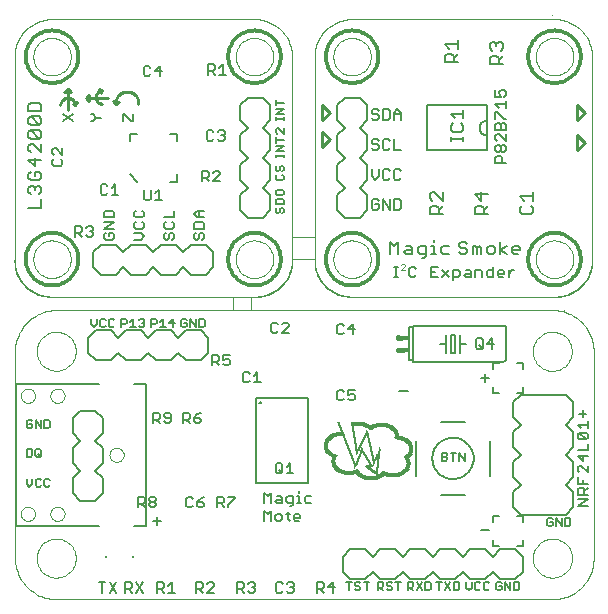
<source format=gto>
G75*
G70*
%OFA0B0*%
%FSLAX24Y24*%
%IPPOS*%
%LPD*%
%AMOC8*
5,1,8,0,0,1.08239X$1,22.5*
%
%ADD10C,0.0000*%
%ADD11C,0.0000*%
%ADD12C,0.0050*%
%ADD13C,0.0060*%
%ADD14R,0.0110X0.0005*%
%ADD15R,0.0210X0.0005*%
%ADD16R,0.0280X0.0005*%
%ADD17R,0.0325X0.0005*%
%ADD18R,0.0365X0.0005*%
%ADD19R,0.0410X0.0005*%
%ADD20R,0.0440X0.0005*%
%ADD21R,0.0470X0.0005*%
%ADD22R,0.0505X0.0005*%
%ADD23R,0.0530X0.0005*%
%ADD24R,0.0555X0.0005*%
%ADD25R,0.0580X0.0005*%
%ADD26R,0.0600X0.0005*%
%ADD27R,0.0625X0.0005*%
%ADD28R,0.0645X0.0005*%
%ADD29R,0.0665X0.0005*%
%ADD30R,0.0685X0.0005*%
%ADD31R,0.0705X0.0005*%
%ADD32R,0.0715X0.0005*%
%ADD33R,0.0735X0.0005*%
%ADD34R,0.0755X0.0005*%
%ADD35R,0.0090X0.0005*%
%ADD36R,0.0770X0.0005*%
%ADD37R,0.0190X0.0005*%
%ADD38R,0.0355X0.0005*%
%ADD39R,0.0360X0.0005*%
%ADD40R,0.0260X0.0005*%
%ADD41R,0.0315X0.0005*%
%ADD42R,0.0320X0.0005*%
%ADD43R,0.0295X0.0005*%
%ADD44R,0.0275X0.0005*%
%ADD45R,0.0400X0.0005*%
%ADD46R,0.0265X0.0005*%
%ADD47R,0.0435X0.0005*%
%ADD48R,0.0255X0.0005*%
%ADD49R,0.0465X0.0005*%
%ADD50R,0.0245X0.0005*%
%ADD51R,0.0495X0.0005*%
%ADD52R,0.0235X0.0005*%
%ADD53R,0.0525X0.0005*%
%ADD54R,0.0230X0.0005*%
%ADD55R,0.0240X0.0005*%
%ADD56R,0.0545X0.0005*%
%ADD57R,0.0820X0.0005*%
%ADD58R,0.0220X0.0005*%
%ADD59R,0.0025X0.0005*%
%ADD60R,0.0795X0.0005*%
%ADD61R,0.0215X0.0005*%
%ADD62R,0.0035X0.0005*%
%ADD63R,0.0040X0.0005*%
%ADD64R,0.0800X0.0005*%
%ADD65R,0.0205X0.0005*%
%ADD66R,0.0050X0.0005*%
%ADD67R,0.0805X0.0005*%
%ADD68R,0.0165X0.0005*%
%ADD69R,0.0055X0.0005*%
%ADD70R,0.0200X0.0005*%
%ADD71R,0.0060X0.0005*%
%ADD72R,0.0300X0.0005*%
%ADD73R,0.0195X0.0005*%
%ADD74R,0.0065X0.0005*%
%ADD75R,0.0345X0.0005*%
%ADD76R,0.0070X0.0005*%
%ADD77R,0.0385X0.0005*%
%ADD78R,0.0080X0.0005*%
%ADD79R,0.0425X0.0005*%
%ADD80R,0.0185X0.0005*%
%ADD81R,0.0085X0.0005*%
%ADD82R,0.0635X0.0005*%
%ADD83R,0.0810X0.0005*%
%ADD84R,0.0095X0.0005*%
%ADD85R,0.0335X0.0005*%
%ADD86R,0.0655X0.0005*%
%ADD87R,0.0105X0.0005*%
%ADD88R,0.0290X0.0005*%
%ADD89R,0.0660X0.0005*%
%ADD90R,0.0115X0.0005*%
%ADD91R,0.0285X0.0005*%
%ADD92R,0.0120X0.0005*%
%ADD93R,0.0270X0.0005*%
%ADD94R,0.0675X0.0005*%
%ADD95R,0.0130X0.0005*%
%ADD96R,0.0680X0.0005*%
%ADD97R,0.0135X0.0005*%
%ADD98R,0.0250X0.0005*%
%ADD99R,0.0140X0.0005*%
%ADD100R,0.0180X0.0005*%
%ADD101R,0.0695X0.0005*%
%ADD102R,0.0150X0.0005*%
%ADD103R,0.0160X0.0005*%
%ADD104R,0.0155X0.0005*%
%ADD105R,0.0145X0.0005*%
%ADD106R,0.0700X0.0005*%
%ADD107R,0.0225X0.0005*%
%ADD108R,0.0170X0.0005*%
%ADD109R,0.0100X0.0005*%
%ADD110R,0.0075X0.0005*%
%ADD111R,0.0720X0.0005*%
%ADD112R,0.0725X0.0005*%
%ADD113R,0.0340X0.0005*%
%ADD114R,0.0305X0.0005*%
%ADD115R,0.0175X0.0005*%
%ADD116R,0.0005X0.0005*%
%ADD117R,0.0010X0.0005*%
%ADD118R,0.0015X0.0005*%
%ADD119R,0.0020X0.0005*%
%ADD120R,0.0030X0.0005*%
%ADD121R,0.0125X0.0005*%
%ADD122R,0.0045X0.0005*%
%ADD123R,0.0370X0.0005*%
%ADD124R,0.0375X0.0005*%
%ADD125R,0.0350X0.0005*%
%ADD126R,0.0330X0.0005*%
%ADD127R,0.0485X0.0005*%
%ADD128R,0.0480X0.0005*%
%ADD129R,0.0460X0.0005*%
%ADD130R,0.0445X0.0005*%
%ADD131R,0.0310X0.0005*%
%ADD132R,0.0380X0.0005*%
%ADD133R,0.0415X0.0005*%
%ADD134R,0.0450X0.0005*%
%ADD135R,0.0490X0.0005*%
%ADD136R,0.0965X0.0005*%
%ADD137R,0.0975X0.0005*%
%ADD138R,0.0980X0.0005*%
%ADD139R,0.0990X0.0005*%
%ADD140R,0.1005X0.0005*%
%ADD141R,0.0615X0.0005*%
%ADD142R,0.0640X0.0005*%
%ADD143R,0.0605X0.0005*%
%ADD144R,0.0620X0.0005*%
%ADD145R,0.0590X0.0005*%
%ADD146R,0.0570X0.0005*%
%ADD147R,0.0540X0.0005*%
%ADD148R,0.0515X0.0005*%
%ADD149R,0.0565X0.0005*%
%ADD150R,0.0535X0.0005*%
%ADD151R,0.0395X0.0005*%
%ADD152R,0.0520X0.0005*%
%ADD153R,0.0500X0.0005*%
%ADD154R,0.0430X0.0005*%
%ADD155C,0.0080*%
%ADD156R,0.0079X0.0079*%
%ADD157C,0.0160*%
%ADD158R,0.0230X0.0160*%
%ADD159C,0.0100*%
%ADD160C,0.0080*%
%ADD161C,0.0060*%
%ADD162C,0.0050*%
%ADD163C,0.0000*%
%ADD164C,0.0120*%
%ADD165C,0.0070*%
%ADD166C,0.0000*%
%ADD167C,0.0060*%
%ADD168C,0.0120*%
%ADD169C,0.0080*%
%ADD170C,0.0040*%
%ADD171C,0.0100*%
%ADD172C,0.0050*%
D10*
X001489Y001583D02*
X001492Y001583D01*
X018027Y001583D01*
X018030Y001583D01*
X018027Y001583D02*
X018099Y001585D01*
X018171Y001591D01*
X018243Y001600D01*
X018314Y001613D01*
X018384Y001630D01*
X018453Y001650D01*
X018521Y001675D01*
X018587Y001702D01*
X018653Y001733D01*
X018716Y001768D01*
X018778Y001805D01*
X018837Y001846D01*
X018894Y001890D01*
X018949Y001937D01*
X019001Y001987D01*
X019051Y002039D01*
X019098Y002094D01*
X019142Y002151D01*
X019183Y002210D01*
X019220Y002272D01*
X019255Y002335D01*
X019286Y002401D01*
X019313Y002467D01*
X019338Y002535D01*
X019358Y002604D01*
X019375Y002674D01*
X019388Y002745D01*
X019397Y002817D01*
X019403Y002889D01*
X019405Y002961D01*
X019405Y009851D01*
X019403Y009923D01*
X019397Y009995D01*
X019388Y010067D01*
X019375Y010138D01*
X019358Y010208D01*
X019338Y010277D01*
X019313Y010345D01*
X019286Y010411D01*
X019255Y010477D01*
X019220Y010540D01*
X019183Y010602D01*
X019142Y010661D01*
X019098Y010718D01*
X019051Y010773D01*
X019001Y010825D01*
X018949Y010875D01*
X018894Y010922D01*
X018837Y010966D01*
X018778Y011007D01*
X018716Y011044D01*
X018653Y011079D01*
X018587Y011110D01*
X018521Y011137D01*
X018453Y011162D01*
X018384Y011182D01*
X018314Y011199D01*
X018243Y011212D01*
X018171Y011221D01*
X018099Y011227D01*
X018027Y011229D01*
X007988Y011229D01*
X007988Y011672D01*
X008100Y011672D01*
X007397Y011672D02*
X007397Y011229D01*
X001492Y011229D01*
X001489Y011229D01*
X001350Y011672D02*
X007397Y011672D01*
X008100Y011672D02*
X008166Y011670D01*
X008232Y011672D01*
X008298Y011678D01*
X008364Y011687D01*
X008429Y011700D01*
X008494Y011717D01*
X008557Y011737D01*
X008619Y011761D01*
X008679Y011788D01*
X008738Y011819D01*
X008796Y011853D01*
X008851Y011890D01*
X008904Y011930D01*
X008954Y011973D01*
X009003Y012018D01*
X009048Y012067D01*
X009091Y012117D01*
X009131Y012170D01*
X009168Y012225D01*
X009202Y012283D01*
X009233Y012342D01*
X009260Y012402D01*
X009284Y012464D01*
X009304Y012527D01*
X009321Y012592D01*
X009334Y012657D01*
X009343Y012723D01*
X009349Y012789D01*
X009351Y012855D01*
X009349Y012921D01*
X009350Y012922D02*
X010100Y012922D01*
X010100Y013672D02*
X010100Y019672D01*
X009350Y019672D02*
X009350Y013672D01*
X010100Y013672D01*
X010100Y012922D02*
X010102Y012854D01*
X010107Y012787D01*
X010116Y012720D01*
X010129Y012653D01*
X010146Y012588D01*
X010165Y012523D01*
X010189Y012459D01*
X010216Y012397D01*
X010246Y012336D01*
X010279Y012278D01*
X010315Y012221D01*
X010355Y012166D01*
X010397Y012113D01*
X010443Y012062D01*
X010490Y012015D01*
X010541Y011969D01*
X010594Y011927D01*
X010649Y011887D01*
X010706Y011851D01*
X010764Y011818D01*
X010825Y011788D01*
X010887Y011761D01*
X010951Y011737D01*
X011016Y011718D01*
X011081Y011701D01*
X011148Y011688D01*
X011215Y011679D01*
X011282Y011674D01*
X011350Y011672D01*
X018100Y011672D01*
X018421Y011229D02*
X018424Y011229D01*
X018100Y011672D02*
X018166Y011670D01*
X018232Y011672D01*
X018298Y011678D01*
X018364Y011687D01*
X018429Y011700D01*
X018494Y011717D01*
X018557Y011737D01*
X018619Y011761D01*
X018679Y011788D01*
X018738Y011819D01*
X018796Y011853D01*
X018851Y011890D01*
X018904Y011930D01*
X018954Y011973D01*
X019003Y012018D01*
X019048Y012067D01*
X019091Y012117D01*
X019131Y012170D01*
X019168Y012225D01*
X019202Y012283D01*
X019233Y012342D01*
X019260Y012402D01*
X019284Y012464D01*
X019304Y012527D01*
X019321Y012592D01*
X019334Y012657D01*
X019343Y012723D01*
X019349Y012789D01*
X019351Y012855D01*
X019349Y012921D01*
X019350Y012922D02*
X019350Y019672D01*
X019348Y019740D01*
X019343Y019807D01*
X019334Y019874D01*
X019321Y019941D01*
X019304Y020006D01*
X019285Y020071D01*
X019261Y020135D01*
X019234Y020197D01*
X019204Y020258D01*
X019171Y020316D01*
X019135Y020373D01*
X019095Y020428D01*
X019053Y020481D01*
X019007Y020532D01*
X018960Y020579D01*
X018909Y020625D01*
X018856Y020667D01*
X018801Y020707D01*
X018744Y020743D01*
X018686Y020776D01*
X018625Y020806D01*
X018563Y020833D01*
X018499Y020857D01*
X018434Y020876D01*
X018369Y020893D01*
X018302Y020906D01*
X018235Y020915D01*
X018168Y020920D01*
X018100Y020922D01*
X018137Y020922D02*
X011350Y020922D01*
X011282Y020920D01*
X011215Y020915D01*
X011148Y020906D01*
X011081Y020893D01*
X011016Y020876D01*
X010951Y020857D01*
X010887Y020833D01*
X010825Y020806D01*
X010764Y020776D01*
X010706Y020743D01*
X010649Y020707D01*
X010594Y020667D01*
X010541Y020625D01*
X010490Y020579D01*
X010443Y020532D01*
X010397Y020481D01*
X010355Y020428D01*
X010315Y020373D01*
X010279Y020316D01*
X010246Y020258D01*
X010216Y020197D01*
X010189Y020135D01*
X010165Y020071D01*
X010146Y020006D01*
X010129Y019941D01*
X010116Y019874D01*
X010107Y019807D01*
X010102Y019740D01*
X010100Y019672D01*
X009350Y019672D02*
X009348Y019740D01*
X009343Y019807D01*
X009334Y019874D01*
X009321Y019941D01*
X009304Y020006D01*
X009285Y020071D01*
X009261Y020135D01*
X009234Y020197D01*
X009204Y020258D01*
X009171Y020316D01*
X009135Y020373D01*
X009095Y020428D01*
X009053Y020481D01*
X009007Y020532D01*
X008960Y020579D01*
X008909Y020625D01*
X008856Y020667D01*
X008801Y020707D01*
X008744Y020743D01*
X008686Y020776D01*
X008625Y020806D01*
X008563Y020833D01*
X008499Y020857D01*
X008434Y020876D01*
X008369Y020893D01*
X008302Y020906D01*
X008235Y020915D01*
X008168Y020920D01*
X008100Y020922D01*
X001350Y020922D01*
X001282Y020920D01*
X001215Y020915D01*
X001148Y020906D01*
X001081Y020893D01*
X001016Y020876D01*
X000951Y020857D01*
X000887Y020833D01*
X000825Y020806D01*
X000764Y020776D01*
X000706Y020743D01*
X000649Y020707D01*
X000594Y020667D01*
X000541Y020625D01*
X000490Y020579D01*
X000443Y020532D01*
X000397Y020481D01*
X000355Y020428D01*
X000315Y020373D01*
X000279Y020316D01*
X000246Y020258D01*
X000216Y020197D01*
X000189Y020135D01*
X000165Y020071D01*
X000146Y020006D01*
X000129Y019941D01*
X000116Y019874D01*
X000107Y019807D01*
X000102Y019740D01*
X000100Y019672D01*
X000100Y012922D01*
X000102Y012854D01*
X000107Y012787D01*
X000116Y012720D01*
X000129Y012653D01*
X000146Y012588D01*
X000165Y012523D01*
X000189Y012459D01*
X000216Y012397D01*
X000246Y012336D01*
X000279Y012278D01*
X000315Y012221D01*
X000355Y012166D01*
X000397Y012113D01*
X000443Y012062D01*
X000490Y012015D01*
X000541Y011969D01*
X000594Y011927D01*
X000649Y011887D01*
X000706Y011851D01*
X000764Y011818D01*
X000825Y011788D01*
X000887Y011761D01*
X000951Y011737D01*
X001016Y011718D01*
X001081Y011701D01*
X001148Y011688D01*
X001215Y011679D01*
X001282Y011674D01*
X001350Y011672D01*
X001492Y011229D02*
X001420Y011227D01*
X001348Y011221D01*
X001276Y011212D01*
X001205Y011199D01*
X001135Y011182D01*
X001066Y011162D01*
X000998Y011137D01*
X000932Y011110D01*
X000866Y011079D01*
X000803Y011044D01*
X000741Y011007D01*
X000682Y010966D01*
X000625Y010922D01*
X000570Y010875D01*
X000518Y010825D01*
X000468Y010773D01*
X000421Y010718D01*
X000377Y010661D01*
X000336Y010602D01*
X000299Y010540D01*
X000264Y010477D01*
X000233Y010411D01*
X000206Y010345D01*
X000181Y010277D01*
X000161Y010208D01*
X000144Y010138D01*
X000131Y010067D01*
X000122Y009995D01*
X000116Y009923D01*
X000114Y009851D01*
X000114Y009854D01*
X000114Y009851D02*
X000114Y003001D01*
X000114Y002958D01*
X000113Y003001D02*
X000114Y002928D01*
X000119Y002854D01*
X000127Y002782D01*
X000140Y002710D01*
X000156Y002638D01*
X000175Y002568D01*
X000199Y002498D01*
X000226Y002430D01*
X000257Y002364D01*
X000291Y002299D01*
X000328Y002236D01*
X000369Y002175D01*
X000412Y002117D01*
X000459Y002060D01*
X000509Y002006D01*
X000561Y001955D01*
X000616Y001907D01*
X000673Y001862D01*
X000733Y001819D01*
X000795Y001780D01*
X000859Y001744D01*
X000924Y001712D01*
X000992Y001683D01*
X001060Y001658D01*
X001130Y001636D01*
X001201Y001618D01*
X001273Y001603D01*
X001345Y001593D01*
X001418Y001586D01*
X001491Y001583D01*
X018027Y021072D02*
X018030Y021072D01*
D11*
X1489Y1583D02*
X1492Y1583D01*
X18027Y1583D01*
X18030Y1583D01*
X17380Y2958D02*
X17382Y3008D01*
X17388Y3058D01*
X17398Y3108D01*
X17411Y3156D01*
X17428Y3204D01*
X17449Y3250D01*
X17473Y3294D01*
X17501Y3336D01*
X17532Y3376D01*
X17566Y3413D01*
X17603Y3448D01*
X17642Y3479D01*
X17683Y3508D01*
X17727Y3533D01*
X17773Y3555D01*
X17820Y3573D01*
X17868Y3587D01*
X17917Y3598D01*
X17967Y3605D01*
X18017Y3608D01*
X18068Y3607D01*
X18118Y3602D01*
X18168Y3593D01*
X18216Y3581D01*
X18264Y3564D01*
X18310Y3544D01*
X18355Y3521D01*
X18398Y3494D01*
X18438Y3464D01*
X18476Y3431D01*
X18511Y3395D01*
X18544Y3356D01*
X18573Y3315D01*
X18599Y3272D01*
X18622Y3227D01*
X18641Y3180D01*
X18656Y3132D01*
X18668Y3083D01*
X18676Y3033D01*
X18680Y2983D01*
X18680Y2933D01*
X18676Y2883D01*
X18668Y2833D01*
X18656Y2784D01*
X18641Y2736D01*
X18622Y2689D01*
X18599Y2644D01*
X18573Y2601D01*
X18544Y2560D01*
X18511Y2521D01*
X18476Y2485D01*
X18438Y2452D01*
X18398Y2422D01*
X18355Y2395D01*
X18310Y2372D01*
X18264Y2352D01*
X18216Y2335D01*
X18168Y2323D01*
X18118Y2314D01*
X18068Y2309D01*
X18017Y2308D01*
X17967Y2311D01*
X17917Y2318D01*
X17868Y2329D01*
X17820Y2343D01*
X17773Y2361D01*
X17727Y2383D01*
X17683Y2408D01*
X17642Y2437D01*
X17603Y2468D01*
X17566Y2503D01*
X17532Y2540D01*
X17501Y2580D01*
X17473Y2622D01*
X17449Y2666D01*
X17428Y2712D01*
X17411Y2760D01*
X17398Y2808D01*
X17388Y2858D01*
X17382Y2908D01*
X17380Y2958D01*
X18027Y1583D02*
X18099Y1585D01*
X18171Y1591D01*
X18243Y1600D01*
X18314Y1613D01*
X18384Y1630D01*
X18453Y1650D01*
X18521Y1675D01*
X18587Y1702D01*
X18653Y1733D01*
X18716Y1768D01*
X18778Y1805D01*
X18837Y1846D01*
X18894Y1890D01*
X18949Y1937D01*
X19001Y1987D01*
X19051Y2039D01*
X19098Y2094D01*
X19142Y2151D01*
X19183Y2210D01*
X19220Y2272D01*
X19255Y2335D01*
X19286Y2401D01*
X19313Y2467D01*
X19338Y2535D01*
X19358Y2604D01*
X19375Y2674D01*
X19388Y2745D01*
X19397Y2817D01*
X19403Y2889D01*
X19405Y2961D01*
X19405Y9851D01*
X17377Y9851D02*
X17379Y9901D01*
X17385Y9951D01*
X17395Y10001D01*
X17408Y10049D01*
X17425Y10097D01*
X17446Y10143D01*
X17470Y10187D01*
X17498Y10229D01*
X17529Y10269D01*
X17563Y10306D01*
X17600Y10341D01*
X17639Y10372D01*
X17680Y10401D01*
X17724Y10426D01*
X17770Y10448D01*
X17817Y10466D01*
X17865Y10480D01*
X17914Y10491D01*
X17964Y10498D01*
X18014Y10501D01*
X18065Y10500D01*
X18115Y10495D01*
X18165Y10486D01*
X18213Y10474D01*
X18261Y10457D01*
X18307Y10437D01*
X18352Y10414D01*
X18395Y10387D01*
X18435Y10357D01*
X18473Y10324D01*
X18508Y10288D01*
X18541Y10249D01*
X18570Y10208D01*
X18596Y10165D01*
X18619Y10120D01*
X18638Y10073D01*
X18653Y10025D01*
X18665Y9976D01*
X18673Y9926D01*
X18677Y9876D01*
X18677Y9826D01*
X18673Y9776D01*
X18665Y9726D01*
X18653Y9677D01*
X18638Y9629D01*
X18619Y9582D01*
X18596Y9537D01*
X18570Y9494D01*
X18541Y9453D01*
X18508Y9414D01*
X18473Y9378D01*
X18435Y9345D01*
X18395Y9315D01*
X18352Y9288D01*
X18307Y9265D01*
X18261Y9245D01*
X18213Y9228D01*
X18165Y9216D01*
X18115Y9207D01*
X18065Y9202D01*
X18014Y9201D01*
X17964Y9204D01*
X17914Y9211D01*
X17865Y9222D01*
X17817Y9236D01*
X17770Y9254D01*
X17724Y9276D01*
X17680Y9301D01*
X17639Y9330D01*
X17600Y9361D01*
X17563Y9396D01*
X17529Y9433D01*
X17498Y9473D01*
X17470Y9515D01*
X17446Y9559D01*
X17425Y9605D01*
X17408Y9653D01*
X17395Y9701D01*
X17385Y9751D01*
X17379Y9801D01*
X17377Y9851D01*
X18027Y11229D02*
X18099Y11227D01*
X18171Y11221D01*
X18243Y11212D01*
X18314Y11199D01*
X18384Y11182D01*
X18453Y11162D01*
X18521Y11137D01*
X18587Y11110D01*
X18653Y11079D01*
X18716Y11044D01*
X18778Y11007D01*
X18837Y10966D01*
X18894Y10922D01*
X18949Y10875D01*
X19001Y10825D01*
X19051Y10773D01*
X19098Y10718D01*
X19142Y10661D01*
X19183Y10602D01*
X19220Y10540D01*
X19255Y10477D01*
X19286Y10411D01*
X19313Y10345D01*
X19338Y10277D01*
X19358Y10208D01*
X19375Y10138D01*
X19388Y10067D01*
X19397Y9995D01*
X19403Y9923D01*
X19405Y9851D01*
X18027Y11229D02*
X1492Y11229D01*
X839Y9854D02*
X841Y9904D01*
X847Y9954D01*
X857Y10004D01*
X870Y10052D01*
X887Y10100D01*
X908Y10146D01*
X932Y10190D01*
X960Y10232D01*
X991Y10272D01*
X1025Y10309D01*
X1062Y10344D01*
X1101Y10375D01*
X1142Y10404D01*
X1186Y10429D01*
X1232Y10451D01*
X1279Y10469D01*
X1327Y10483D01*
X1376Y10494D01*
X1426Y10501D01*
X1476Y10504D01*
X1527Y10503D01*
X1577Y10498D01*
X1627Y10489D01*
X1675Y10477D01*
X1723Y10460D01*
X1769Y10440D01*
X1814Y10417D01*
X1857Y10390D01*
X1897Y10360D01*
X1935Y10327D01*
X1970Y10291D01*
X2003Y10252D01*
X2032Y10211D01*
X2058Y10168D01*
X2081Y10123D01*
X2100Y10076D01*
X2115Y10028D01*
X2127Y9979D01*
X2135Y9929D01*
X2139Y9879D01*
X2139Y9829D01*
X2135Y9779D01*
X2127Y9729D01*
X2115Y9680D01*
X2100Y9632D01*
X2081Y9585D01*
X2058Y9540D01*
X2032Y9497D01*
X2003Y9456D01*
X1970Y9417D01*
X1935Y9381D01*
X1897Y9348D01*
X1857Y9318D01*
X1814Y9291D01*
X1769Y9268D01*
X1723Y9248D01*
X1675Y9231D01*
X1627Y9219D01*
X1577Y9210D01*
X1527Y9205D01*
X1476Y9204D01*
X1426Y9207D01*
X1376Y9214D01*
X1327Y9225D01*
X1279Y9239D01*
X1232Y9257D01*
X1186Y9279D01*
X1142Y9304D01*
X1101Y9333D01*
X1062Y9364D01*
X1025Y9399D01*
X991Y9436D01*
X960Y9476D01*
X932Y9518D01*
X908Y9562D01*
X887Y9608D01*
X870Y9656D01*
X857Y9704D01*
X847Y9754D01*
X841Y9804D01*
X839Y9854D01*
X114Y9851D02*
X116Y9923D01*
X122Y9995D01*
X131Y10067D01*
X144Y10138D01*
X161Y10208D01*
X181Y10277D01*
X206Y10345D01*
X233Y10411D01*
X264Y10477D01*
X299Y10540D01*
X336Y10602D01*
X377Y10661D01*
X421Y10718D01*
X468Y10773D01*
X518Y10825D01*
X570Y10875D01*
X625Y10922D01*
X682Y10966D01*
X741Y11007D01*
X803Y11044D01*
X866Y11079D01*
X932Y11110D01*
X998Y11137D01*
X1066Y11162D01*
X1135Y11182D01*
X1205Y11199D01*
X1276Y11212D01*
X1348Y11221D01*
X1420Y11227D01*
X1492Y11229D01*
X114Y9854D02*
X114Y9851D01*
X114Y3001D01*
X114Y2958D01*
X839Y2958D02*
X841Y3008D01*
X847Y3058D01*
X857Y3108D01*
X870Y3156D01*
X887Y3204D01*
X908Y3250D01*
X932Y3294D01*
X960Y3336D01*
X991Y3376D01*
X1025Y3413D01*
X1062Y3448D01*
X1101Y3479D01*
X1142Y3508D01*
X1186Y3533D01*
X1232Y3555D01*
X1279Y3573D01*
X1327Y3587D01*
X1376Y3598D01*
X1426Y3605D01*
X1476Y3608D01*
X1527Y3607D01*
X1577Y3602D01*
X1627Y3593D01*
X1675Y3581D01*
X1723Y3564D01*
X1769Y3544D01*
X1814Y3521D01*
X1857Y3494D01*
X1897Y3464D01*
X1935Y3431D01*
X1970Y3395D01*
X2003Y3356D01*
X2032Y3315D01*
X2058Y3272D01*
X2081Y3227D01*
X2100Y3180D01*
X2115Y3132D01*
X2127Y3083D01*
X2135Y3033D01*
X2139Y2983D01*
X2139Y2933D01*
X2135Y2883D01*
X2127Y2833D01*
X2115Y2784D01*
X2100Y2736D01*
X2081Y2689D01*
X2058Y2644D01*
X2032Y2601D01*
X2003Y2560D01*
X1970Y2521D01*
X1935Y2485D01*
X1897Y2452D01*
X1857Y2422D01*
X1814Y2395D01*
X1769Y2372D01*
X1723Y2352D01*
X1675Y2335D01*
X1627Y2323D01*
X1577Y2314D01*
X1527Y2309D01*
X1476Y2308D01*
X1426Y2311D01*
X1376Y2318D01*
X1327Y2329D01*
X1279Y2343D01*
X1232Y2361D01*
X1186Y2383D01*
X1142Y2408D01*
X1101Y2437D01*
X1062Y2468D01*
X1025Y2503D01*
X991Y2540D01*
X960Y2580D01*
X932Y2622D01*
X908Y2666D01*
X887Y2712D01*
X870Y2760D01*
X857Y2808D01*
X847Y2858D01*
X841Y2908D01*
X839Y2958D01*
X113Y3001D02*
X114Y2928D01*
X119Y2854D01*
X127Y2782D01*
X140Y2710D01*
X156Y2638D01*
X175Y2568D01*
X199Y2498D01*
X226Y2430D01*
X257Y2364D01*
X291Y2299D01*
X328Y2236D01*
X369Y2175D01*
X412Y2117D01*
X459Y2060D01*
X509Y2006D01*
X561Y1955D01*
X616Y1907D01*
X673Y1862D01*
X733Y1819D01*
X795Y1780D01*
X859Y1744D01*
X924Y1712D01*
X992Y1683D01*
X1060Y1658D01*
X1130Y1636D01*
X1201Y1618D01*
X1273Y1603D01*
X1345Y1593D01*
X1418Y1586D01*
X1491Y1583D01*
X1295Y4434D02*
X1297Y4464D01*
X1303Y4494D01*
X1312Y4523D01*
X1325Y4550D01*
X1342Y4575D01*
X1361Y4598D01*
X1384Y4619D01*
X1409Y4636D01*
X1435Y4650D01*
X1464Y4660D01*
X1493Y4667D01*
X1523Y4670D01*
X1554Y4669D01*
X1584Y4664D01*
X1613Y4655D01*
X1640Y4643D01*
X1666Y4628D01*
X1690Y4609D01*
X1711Y4587D01*
X1729Y4563D01*
X1744Y4536D01*
X1755Y4508D01*
X1763Y4479D01*
X1767Y4449D01*
X1767Y4419D01*
X1763Y4389D01*
X1755Y4360D01*
X1744Y4332D01*
X1729Y4305D01*
X1711Y4281D01*
X1690Y4259D01*
X1666Y4240D01*
X1640Y4225D01*
X1613Y4213D01*
X1584Y4204D01*
X1554Y4199D01*
X1523Y4198D01*
X1493Y4201D01*
X1464Y4208D01*
X1435Y4218D01*
X1409Y4232D01*
X1384Y4249D01*
X1361Y4270D01*
X1342Y4293D01*
X1325Y4318D01*
X1312Y4345D01*
X1303Y4374D01*
X1297Y4404D01*
X1295Y4434D01*
X311Y4434D02*
X313Y4464D01*
X319Y4494D01*
X328Y4523D01*
X341Y4550D01*
X358Y4575D01*
X377Y4598D01*
X400Y4619D01*
X425Y4636D01*
X451Y4650D01*
X480Y4660D01*
X509Y4667D01*
X539Y4670D01*
X570Y4669D01*
X600Y4664D01*
X629Y4655D01*
X656Y4643D01*
X682Y4628D01*
X706Y4609D01*
X727Y4587D01*
X745Y4563D01*
X760Y4536D01*
X771Y4508D01*
X779Y4479D01*
X783Y4449D01*
X783Y4419D01*
X779Y4389D01*
X771Y4360D01*
X760Y4332D01*
X745Y4305D01*
X727Y4281D01*
X706Y4259D01*
X682Y4240D01*
X656Y4225D01*
X629Y4213D01*
X600Y4204D01*
X570Y4199D01*
X539Y4198D01*
X509Y4201D01*
X480Y4208D01*
X451Y4218D01*
X425Y4232D01*
X400Y4249D01*
X377Y4270D01*
X358Y4293D01*
X341Y4318D01*
X328Y4345D01*
X319Y4374D01*
X313Y4404D01*
X311Y4434D01*
X3264Y6402D02*
X3266Y6432D01*
X3272Y6462D01*
X3281Y6491D01*
X3294Y6518D01*
X3311Y6543D01*
X3330Y6566D01*
X3353Y6587D01*
X3378Y6604D01*
X3404Y6618D01*
X3433Y6628D01*
X3462Y6635D01*
X3492Y6638D01*
X3523Y6637D01*
X3553Y6632D01*
X3582Y6623D01*
X3609Y6611D01*
X3635Y6596D01*
X3659Y6577D01*
X3680Y6555D01*
X3698Y6531D01*
X3713Y6504D01*
X3724Y6476D01*
X3732Y6447D01*
X3736Y6417D01*
X3736Y6387D01*
X3732Y6357D01*
X3724Y6328D01*
X3713Y6300D01*
X3698Y6273D01*
X3680Y6249D01*
X3659Y6227D01*
X3635Y6208D01*
X3609Y6193D01*
X3582Y6181D01*
X3553Y6172D01*
X3523Y6167D01*
X3492Y6166D01*
X3462Y6169D01*
X3433Y6176D01*
X3404Y6186D01*
X3378Y6200D01*
X3353Y6217D01*
X3330Y6238D01*
X3311Y6261D01*
X3294Y6286D01*
X3281Y6313D01*
X3272Y6342D01*
X3266Y6372D01*
X3264Y6402D01*
X1295Y8371D02*
X1297Y8401D01*
X1303Y8431D01*
X1312Y8460D01*
X1325Y8487D01*
X1342Y8512D01*
X1361Y8535D01*
X1384Y8556D01*
X1409Y8573D01*
X1435Y8587D01*
X1464Y8597D01*
X1493Y8604D01*
X1523Y8607D01*
X1554Y8606D01*
X1584Y8601D01*
X1613Y8592D01*
X1640Y8580D01*
X1666Y8565D01*
X1690Y8546D01*
X1711Y8524D01*
X1729Y8500D01*
X1744Y8473D01*
X1755Y8445D01*
X1763Y8416D01*
X1767Y8386D01*
X1767Y8356D01*
X1763Y8326D01*
X1755Y8297D01*
X1744Y8269D01*
X1729Y8242D01*
X1711Y8218D01*
X1690Y8196D01*
X1666Y8177D01*
X1640Y8162D01*
X1613Y8150D01*
X1584Y8141D01*
X1554Y8136D01*
X1523Y8135D01*
X1493Y8138D01*
X1464Y8145D01*
X1435Y8155D01*
X1409Y8169D01*
X1384Y8186D01*
X1361Y8207D01*
X1342Y8230D01*
X1325Y8255D01*
X1312Y8282D01*
X1303Y8311D01*
X1297Y8341D01*
X1295Y8371D01*
X311Y8371D02*
X313Y8401D01*
X319Y8431D01*
X328Y8460D01*
X341Y8487D01*
X358Y8512D01*
X377Y8535D01*
X400Y8556D01*
X425Y8573D01*
X451Y8587D01*
X480Y8597D01*
X509Y8604D01*
X539Y8607D01*
X570Y8606D01*
X600Y8601D01*
X629Y8592D01*
X656Y8580D01*
X682Y8565D01*
X706Y8546D01*
X727Y8524D01*
X745Y8500D01*
X760Y8473D01*
X771Y8445D01*
X779Y8416D01*
X783Y8386D01*
X783Y8356D01*
X779Y8326D01*
X771Y8297D01*
X760Y8269D01*
X745Y8242D01*
X727Y8218D01*
X706Y8196D01*
X682Y8177D01*
X656Y8162D01*
X629Y8150D01*
X600Y8141D01*
X570Y8136D01*
X539Y8135D01*
X509Y8138D01*
X480Y8145D01*
X451Y8155D01*
X425Y8169D01*
X400Y8186D01*
X377Y8207D01*
X358Y8230D01*
X341Y8255D01*
X328Y8282D01*
X319Y8311D01*
X313Y8341D01*
X311Y8371D01*
D12*
X550Y7558D02*
X505Y7513D01*
X505Y7333D01*
X550Y7288D01*
X640Y7288D01*
X685Y7333D01*
X685Y7423D01*
X595Y7423D01*
X685Y7513D02*
X640Y7558D01*
X550Y7558D01*
X799Y7558D02*
X980Y7288D01*
X980Y7558D01*
X1094Y7558D02*
X1229Y7558D01*
X1274Y7513D01*
X1274Y7333D01*
X1229Y7288D01*
X1094Y7288D01*
X1094Y7558D01*
X799Y7558D02*
X799Y7288D01*
X839Y6608D02*
X929Y6608D01*
X974Y6563D01*
X974Y6383D01*
X929Y6338D01*
X839Y6338D01*
X794Y6383D01*
X794Y6563D01*
X839Y6608D01*
X680Y6563D02*
X635Y6608D01*
X499Y6608D01*
X499Y6338D01*
X635Y6338D01*
X680Y6383D01*
X680Y6563D01*
X884Y6428D02*
X974Y6338D01*
X935Y5608D02*
X844Y5608D01*
X799Y5563D01*
X799Y5383D01*
X844Y5338D01*
X935Y5338D01*
X980Y5383D01*
X1094Y5383D02*
X1139Y5338D01*
X1229Y5338D01*
X1274Y5383D01*
X1094Y5383D02*
X1094Y5563D01*
X1139Y5608D01*
X1229Y5608D01*
X1274Y5563D01*
X980Y5563D02*
X935Y5608D01*
X685Y5608D02*
X685Y5428D01*
X595Y5338D01*
X505Y5428D01*
X505Y5608D01*
X8148Y5476D02*
X8148Y8291D01*
X9880Y8291D01*
X9880Y5476D01*
X8148Y5476D01*
X8265Y8133D02*
X8267Y8141D01*
X8272Y8148D01*
X8279Y8152D01*
X8287Y8153D01*
X8295Y8150D01*
X8301Y8145D01*
X8305Y8137D01*
X8305Y8129D01*
X8301Y8121D01*
X8295Y8116D01*
X8287Y8113D01*
X8279Y8114D01*
X8272Y8118D01*
X8267Y8125D01*
X8265Y8133D01*
X6387Y10665D02*
X6252Y10665D01*
X6252Y10935D01*
X6387Y10935D01*
X6432Y10890D01*
X6432Y10710D01*
X6387Y10665D01*
X6137Y10665D02*
X6137Y10935D01*
X5957Y10935D02*
X6137Y10665D01*
X5957Y10665D02*
X5957Y10935D01*
X5843Y10890D02*
X5798Y10935D01*
X5708Y10935D01*
X5663Y10890D01*
X5663Y10710D01*
X5708Y10665D01*
X5798Y10665D01*
X5843Y10710D01*
X5843Y10800D01*
X5753Y10800D01*
X5432Y10800D02*
X5252Y10800D01*
X5387Y10935D01*
X5387Y10665D01*
X5137Y10665D02*
X4957Y10665D01*
X5047Y10665D02*
X5047Y10935D01*
X4957Y10845D01*
X4843Y10890D02*
X4798Y10935D01*
X4663Y10935D01*
X4663Y10665D01*
X4663Y10755D02*
X4798Y10755D01*
X4843Y10800D01*
X4843Y10890D01*
X4431Y10890D02*
X4431Y10845D01*
X4385Y10800D01*
X4431Y10755D01*
X4431Y10710D01*
X4385Y10665D01*
X4295Y10665D01*
X4250Y10710D01*
X4136Y10665D02*
X3956Y10665D01*
X4046Y10665D02*
X4046Y10935D01*
X3956Y10845D01*
X3841Y10890D02*
X3841Y10800D01*
X3796Y10755D01*
X3661Y10755D01*
X3661Y10665D02*
X3661Y10935D01*
X3796Y10935D01*
X3841Y10890D01*
X4250Y10890D02*
X4295Y10935D01*
X4385Y10935D01*
X4431Y10890D01*
X4385Y10800D02*
X4340Y10800D01*
X3431Y10890D02*
X3385Y10935D01*
X3295Y10935D01*
X3250Y10890D01*
X3250Y10710D01*
X3295Y10665D01*
X3385Y10665D01*
X3431Y10710D01*
X3136Y10710D02*
X3091Y10665D01*
X3001Y10665D01*
X2956Y10710D01*
X2956Y10890D01*
X3001Y10935D01*
X3091Y10935D01*
X3136Y10890D01*
X2841Y10935D02*
X2841Y10755D01*
X2751Y10665D01*
X2661Y10755D01*
X2661Y10935D01*
X14339Y6478D02*
X14339Y6208D01*
X14474Y6208D01*
X14519Y6253D01*
X14519Y6298D01*
X14474Y6343D01*
X14339Y6343D01*
X14474Y6343D02*
X14519Y6388D01*
X14519Y6433D01*
X14474Y6478D01*
X14339Y6478D01*
X14633Y6478D02*
X14814Y6478D01*
X14723Y6478D02*
X14723Y6208D01*
X14928Y6208D02*
X14928Y6478D01*
X15108Y6208D01*
X15108Y6478D01*
X17861Y4254D02*
X17861Y4074D01*
X17906Y4029D01*
X17996Y4029D01*
X18041Y4074D01*
X18041Y4164D01*
X17951Y4164D01*
X18041Y4254D02*
X17996Y4299D01*
X17906Y4299D01*
X17861Y4254D01*
X18155Y4299D02*
X18336Y4029D01*
X18336Y4299D01*
X18450Y4299D02*
X18585Y4299D01*
X18630Y4254D01*
X18630Y4074D01*
X18585Y4029D01*
X18450Y4029D01*
X18450Y4299D01*
X18155Y4299D02*
X18155Y4029D01*
X16879Y2158D02*
X16744Y2158D01*
X16744Y1888D01*
X16879Y1888D01*
X16924Y1933D01*
X16924Y2113D01*
X16879Y2158D01*
X16630Y2158D02*
X16630Y1888D01*
X16449Y2158D01*
X16449Y1888D01*
X16335Y1933D02*
X16290Y1888D01*
X16200Y1888D01*
X16155Y1933D01*
X16155Y2113D01*
X16200Y2158D01*
X16290Y2158D01*
X16335Y2113D01*
X16335Y2023D02*
X16245Y2023D01*
X16335Y2023D02*
X16335Y1933D01*
X15924Y1933D02*
X15879Y1888D01*
X15789Y1888D01*
X15744Y1933D01*
X15744Y2113D01*
X15789Y2158D01*
X15879Y2158D01*
X15924Y2113D01*
X15630Y2113D02*
X15585Y2158D01*
X15494Y2158D01*
X15449Y2113D01*
X15449Y1933D01*
X15494Y1888D01*
X15585Y1888D01*
X15630Y1933D01*
X15335Y1978D02*
X15335Y2158D01*
X15155Y2158D02*
X15155Y1978D01*
X15245Y1888D01*
X15335Y1978D01*
X14924Y1933D02*
X14879Y1888D01*
X14744Y1888D01*
X14744Y2158D01*
X14879Y2158D01*
X14924Y2113D01*
X14924Y1933D01*
X14630Y1888D02*
X14449Y2158D01*
X14335Y2158D02*
X14155Y2158D01*
X14245Y2158D02*
X14245Y1888D01*
X14449Y1888D02*
X14630Y2158D01*
X13974Y2113D02*
X13974Y1933D01*
X13929Y1888D01*
X13794Y1888D01*
X13794Y2158D01*
X13929Y2158D01*
X13974Y2113D01*
X13680Y2158D02*
X13499Y1888D01*
X13385Y1888D02*
X13295Y1978D01*
X13340Y1978D02*
X13205Y1978D01*
X13205Y1888D02*
X13205Y2158D01*
X13340Y2158D01*
X13385Y2113D01*
X13385Y2023D01*
X13340Y1978D01*
X13499Y2158D02*
X13680Y1888D01*
X12974Y2158D02*
X12794Y2158D01*
X12884Y2158D02*
X12884Y1888D01*
X12680Y1933D02*
X12635Y1888D01*
X12544Y1888D01*
X12499Y1933D01*
X12544Y2023D02*
X12635Y2023D01*
X12680Y1978D01*
X12680Y1933D01*
X12544Y2023D02*
X12499Y2068D01*
X12499Y2113D01*
X12544Y2158D01*
X12635Y2158D01*
X12680Y2113D01*
X12385Y2113D02*
X12385Y2023D01*
X12340Y1978D01*
X12205Y1978D01*
X12205Y1888D02*
X12205Y2158D01*
X12340Y2158D01*
X12385Y2113D01*
X12295Y1978D02*
X12385Y1888D01*
X11834Y1888D02*
X11834Y2158D01*
X11744Y2158D02*
X11924Y2158D01*
X11630Y2113D02*
X11585Y2158D01*
X11494Y2158D01*
X11449Y2113D01*
X11449Y2068D01*
X11494Y2023D01*
X11585Y2023D01*
X11630Y1978D01*
X11630Y1933D01*
X11585Y1888D01*
X11494Y1888D01*
X11449Y1933D01*
X11245Y1888D02*
X11245Y2158D01*
X11155Y2158D02*
X11335Y2158D01*
D13*
X10778Y1980D02*
X10551Y1980D01*
X10722Y2150D01*
X10722Y1810D01*
X10410Y1810D02*
X10297Y1923D01*
X10353Y1923D02*
X10183Y1923D01*
X10183Y1810D02*
X10183Y2150D01*
X10353Y2150D01*
X10410Y2094D01*
X10410Y1980D01*
X10353Y1923D01*
X9400Y1923D02*
X9400Y1867D01*
X9344Y1810D01*
X9230Y1810D01*
X9173Y1867D01*
X9032Y1867D02*
X8975Y1810D01*
X8862Y1810D01*
X8805Y1867D01*
X8805Y2094D01*
X8862Y2150D01*
X8975Y2150D01*
X9032Y2094D01*
X9173Y2094D02*
X9230Y2150D01*
X9344Y2150D01*
X9400Y2094D01*
X9400Y2037D01*
X9344Y1980D01*
X9400Y1923D01*
X9344Y1980D02*
X9287Y1980D01*
X8121Y1923D02*
X8121Y1867D01*
X8064Y1810D01*
X7951Y1810D01*
X7894Y1867D01*
X7752Y1810D02*
X7639Y1923D01*
X7696Y1923D02*
X7526Y1923D01*
X7526Y1810D02*
X7526Y2150D01*
X7696Y2150D01*
X7752Y2094D01*
X7752Y1980D01*
X7696Y1923D01*
X7894Y2094D02*
X7951Y2150D01*
X8064Y2150D01*
X8121Y2094D01*
X8121Y2037D01*
X8064Y1980D01*
X8121Y1923D01*
X8064Y1980D02*
X8007Y1980D01*
X6743Y2037D02*
X6743Y2094D01*
X6686Y2150D01*
X6573Y2150D01*
X6516Y2094D01*
X6375Y2094D02*
X6375Y1980D01*
X6318Y1923D01*
X6148Y1923D01*
X6148Y1810D02*
X6148Y2150D01*
X6318Y2150D01*
X6375Y2094D01*
X6261Y1923D02*
X6375Y1810D01*
X6516Y1810D02*
X6743Y2037D01*
X6743Y1810D02*
X6516Y1810D01*
X5449Y1812D02*
X5222Y1812D01*
X5335Y1812D02*
X5335Y2153D01*
X5222Y2039D01*
X5080Y2096D02*
X5080Y1982D01*
X5023Y1926D01*
X4853Y1926D01*
X4853Y1812D02*
X4853Y2153D01*
X5023Y2153D01*
X5080Y2096D01*
X4967Y1926D02*
X5080Y1812D01*
X4381Y1810D02*
X4154Y2150D01*
X4012Y2094D02*
X4012Y1980D01*
X3956Y1923D01*
X3785Y1923D01*
X3785Y1810D02*
X3785Y2150D01*
X3956Y2150D01*
X4012Y2094D01*
X3899Y1923D02*
X4012Y1810D01*
X4154Y1810D02*
X4381Y2150D01*
X3495Y2150D02*
X3268Y1810D01*
X3495Y1810D02*
X3268Y2150D01*
X3126Y2150D02*
X2900Y2150D01*
X3013Y2150D02*
X3013Y1810D01*
X4207Y4663D02*
X4207Y5003D01*
X4377Y5003D01*
X4434Y4947D01*
X4434Y4833D01*
X4377Y4777D01*
X4207Y4777D01*
X4321Y4777D02*
X4434Y4663D01*
X4575Y4720D02*
X4575Y4777D01*
X4632Y4833D01*
X4746Y4833D01*
X4802Y4777D01*
X4802Y4720D01*
X4746Y4663D01*
X4632Y4663D01*
X4575Y4720D01*
X4632Y4833D02*
X4575Y4890D01*
X4575Y4947D01*
X4632Y5003D01*
X4746Y5003D01*
X4802Y4947D01*
X4802Y4890D01*
X4746Y4833D01*
X5813Y4937D02*
X5813Y4710D01*
X5870Y4654D01*
X5984Y4654D01*
X6040Y4710D01*
X6182Y4710D02*
X6182Y4824D01*
X6352Y4824D01*
X6409Y4767D01*
X6409Y4710D01*
X6352Y4654D01*
X6238Y4654D01*
X6182Y4710D01*
X6182Y4824D02*
X6295Y4937D01*
X6409Y4994D01*
X6040Y4937D02*
X5984Y4994D01*
X5870Y4994D01*
X5813Y4937D01*
X6853Y5006D02*
X6853Y4666D01*
X6853Y4779D02*
X7023Y4779D01*
X7080Y4836D01*
X7080Y4950D01*
X7023Y5006D01*
X6853Y5006D01*
X7221Y5006D02*
X7448Y5006D01*
X7448Y4950D01*
X7221Y4723D01*
X7221Y4666D01*
X7080Y4666D02*
X6967Y4779D01*
X8421Y4796D02*
X8421Y5136D01*
X8534Y5023D01*
X8648Y5136D01*
X8648Y4796D01*
X8789Y4853D02*
X8846Y4910D01*
X9016Y4910D01*
X9016Y4966D02*
X9016Y4796D01*
X8846Y4796D01*
X8789Y4853D01*
X8959Y5023D02*
X9016Y4966D01*
X8959Y5023D02*
X8846Y5023D01*
X9157Y4966D02*
X9157Y4853D01*
X9214Y4796D01*
X9384Y4796D01*
X9384Y4739D02*
X9384Y5023D01*
X9214Y5023D01*
X9157Y4966D01*
X9271Y4683D02*
X9328Y4683D01*
X9384Y4739D01*
X9526Y4796D02*
X9639Y4796D01*
X9582Y4796D02*
X9582Y5023D01*
X9526Y5023D01*
X9582Y5136D02*
X9582Y5193D01*
X9771Y4966D02*
X9771Y4853D01*
X9828Y4796D01*
X9998Y4796D01*
X9828Y5023D02*
X9771Y4966D01*
X9828Y5023D02*
X9998Y5023D01*
X9573Y4423D02*
X9630Y4366D01*
X9630Y4310D01*
X9403Y4310D01*
X9403Y4366D02*
X9403Y4253D01*
X9460Y4196D01*
X9573Y4196D01*
X9271Y4196D02*
X9214Y4253D01*
X9214Y4480D01*
X9157Y4423D02*
X9271Y4423D01*
X9403Y4366D02*
X9460Y4423D01*
X9573Y4423D01*
X9016Y4366D02*
X9016Y4253D01*
X8959Y4196D01*
X8846Y4196D01*
X8789Y4253D01*
X8789Y4366D01*
X8846Y4423D01*
X8959Y4423D01*
X9016Y4366D01*
X8648Y4536D02*
X8648Y4196D01*
X8421Y4196D02*
X8421Y4536D01*
X8534Y4423D01*
X8648Y4536D01*
X8856Y5780D02*
X8800Y5837D01*
X8800Y6064D01*
X8856Y6121D01*
X8970Y6121D01*
X9027Y6064D01*
X9027Y5837D01*
X8970Y5780D01*
X8856Y5780D01*
X8913Y5894D02*
X9027Y5780D01*
X9168Y5780D02*
X9395Y5780D01*
X9281Y5780D02*
X9281Y6121D01*
X9168Y6007D01*
X6302Y7520D02*
X6302Y7577D01*
X6246Y7633D01*
X6075Y7633D01*
X6075Y7520D01*
X6132Y7463D01*
X6246Y7463D01*
X6302Y7520D01*
X6189Y7747D02*
X6075Y7633D01*
X5934Y7633D02*
X5934Y7747D01*
X5877Y7803D01*
X5707Y7803D01*
X5707Y7463D01*
X5707Y7577D02*
X5877Y7577D01*
X5934Y7633D01*
X5821Y7577D02*
X5934Y7463D01*
X6189Y7747D02*
X6302Y7803D01*
X5302Y7747D02*
X5302Y7520D01*
X5246Y7463D01*
X5132Y7463D01*
X5075Y7520D01*
X5132Y7633D02*
X5075Y7690D01*
X5075Y7747D01*
X5132Y7803D01*
X5246Y7803D01*
X5302Y7747D01*
X5302Y7633D02*
X5132Y7633D01*
X4934Y7633D02*
X4934Y7747D01*
X4877Y7803D01*
X4707Y7803D01*
X4707Y7463D01*
X4707Y7577D02*
X4877Y7577D01*
X4934Y7633D01*
X4821Y7577D02*
X4934Y7463D01*
X7707Y8870D02*
X7707Y9097D01*
X7764Y9153D01*
X7877Y9153D01*
X7934Y9097D01*
X8075Y9040D02*
X8189Y9153D01*
X8189Y8813D01*
X8302Y8813D02*
X8075Y8813D01*
X7934Y8870D02*
X7877Y8813D01*
X7764Y8813D01*
X7707Y8870D01*
X7228Y9381D02*
X7115Y9381D01*
X7058Y9438D01*
X7058Y9551D02*
X7172Y9608D01*
X7228Y9608D01*
X7285Y9551D01*
X7285Y9438D01*
X7228Y9381D01*
X6917Y9381D02*
X6803Y9495D01*
X6860Y9495D02*
X6690Y9495D01*
X6690Y9381D02*
X6690Y9722D01*
X6860Y9722D01*
X6917Y9665D01*
X6917Y9551D01*
X6860Y9495D01*
X7058Y9551D02*
X7058Y9722D01*
X7285Y9722D01*
X8644Y10520D02*
X8700Y10463D01*
X8814Y10463D01*
X8871Y10520D01*
X9012Y10463D02*
X9239Y10690D01*
X9239Y10747D01*
X9182Y10803D01*
X9069Y10803D01*
X9012Y10747D01*
X8871Y10747D02*
X8814Y10803D01*
X8700Y10803D01*
X8644Y10747D01*
X8644Y10520D01*
X9012Y10463D02*
X9239Y10463D01*
X10844Y10470D02*
X10900Y10413D01*
X11014Y10413D01*
X11071Y10470D01*
X11212Y10583D02*
X11439Y10583D01*
X11382Y10413D02*
X11382Y10753D01*
X11212Y10583D01*
X11071Y10697D02*
X11014Y10753D01*
X10900Y10753D01*
X10844Y10697D01*
X10844Y10470D01*
X13242Y10662D02*
X13242Y9562D01*
X13392Y9562D01*
X13392Y10662D01*
X13392Y10712D01*
X16392Y10712D01*
X16409Y10710D01*
X16426Y10706D01*
X16442Y10699D01*
X16456Y10689D01*
X16469Y10676D01*
X16479Y10662D01*
X16486Y10646D01*
X16490Y10629D01*
X16492Y10612D01*
X16492Y9612D01*
X16490Y9595D01*
X16486Y9578D01*
X16479Y9562D01*
X16469Y9548D01*
X16456Y9535D01*
X16442Y9525D01*
X16426Y9518D01*
X16409Y9514D01*
X16392Y9512D01*
X13392Y9512D01*
X13392Y9562D01*
X14292Y10112D02*
X14492Y10112D01*
X14492Y9812D01*
X14642Y9812D02*
X14792Y9812D01*
X14792Y10412D01*
X14642Y10412D01*
X14642Y9812D01*
X14942Y9812D02*
X14942Y10112D01*
X15142Y10112D01*
X14942Y10112D02*
X14942Y10412D01*
X14492Y10412D02*
X14492Y10112D01*
X15472Y9999D02*
X15529Y9942D01*
X15642Y9942D01*
X15699Y9999D01*
X15699Y10226D01*
X15642Y10282D01*
X15529Y10282D01*
X15472Y10226D01*
X15472Y9999D01*
X15586Y10055D02*
X15699Y9942D01*
X15840Y10112D02*
X16067Y10112D01*
X16011Y9942D02*
X16011Y10282D01*
X15840Y10112D01*
X16051Y9465D02*
X16051Y9265D01*
X16051Y9465D02*
X16251Y9465D01*
X16851Y9465D02*
X17051Y9465D01*
X17051Y9265D01*
X17051Y8665D02*
X17051Y8465D01*
X16851Y8465D01*
X16978Y8399D02*
X18478Y8399D01*
X18728Y8149D01*
X18728Y7649D01*
X18478Y7399D01*
X18728Y7149D01*
X18728Y6649D01*
X18478Y6399D01*
X18728Y6149D01*
X18728Y5649D01*
X18478Y5399D01*
X18728Y5149D01*
X18728Y4649D01*
X18478Y4399D01*
X16978Y4399D01*
X16728Y4649D01*
X16728Y5149D01*
X16978Y5399D01*
X16728Y5649D01*
X16728Y6149D01*
X16978Y6399D01*
X16728Y6649D01*
X16728Y7149D01*
X16978Y7399D01*
X16728Y7649D01*
X16728Y8149D01*
X16978Y8399D01*
X16251Y8465D02*
X16051Y8465D01*
X16051Y8665D01*
X18926Y7768D02*
X19152Y7768D01*
X19039Y7655D02*
X19039Y7882D01*
X19209Y7513D02*
X19209Y7287D01*
X19209Y7400D02*
X18869Y7400D01*
X18982Y7287D01*
X18926Y7145D02*
X19152Y6918D01*
X19209Y6975D01*
X19209Y7088D01*
X19152Y7145D01*
X18926Y7145D01*
X18869Y7088D01*
X18869Y6975D01*
X18926Y6918D01*
X19152Y6918D01*
X19209Y6777D02*
X19209Y6550D01*
X18869Y6550D01*
X18869Y6352D02*
X19039Y6182D01*
X19039Y6408D01*
X19209Y6352D02*
X18869Y6352D01*
X18926Y6040D02*
X18869Y5983D01*
X18869Y5870D01*
X18926Y5813D01*
X18869Y5672D02*
X18869Y5445D01*
X19209Y5445D01*
X19209Y5304D02*
X19096Y5190D01*
X19096Y5247D02*
X19039Y5304D01*
X18926Y5304D01*
X18869Y5247D01*
X18869Y5077D01*
X19209Y5077D01*
X19096Y5077D02*
X19096Y5247D01*
X19039Y5445D02*
X19039Y5558D01*
X19209Y5813D02*
X18982Y6040D01*
X18926Y6040D01*
X19209Y6040D02*
X19209Y5813D01*
X19209Y4935D02*
X18869Y4935D01*
X18869Y4708D02*
X19209Y4935D01*
X19209Y4708D02*
X18869Y4708D01*
X17051Y4347D02*
X17051Y4147D01*
X17051Y4347D02*
X16851Y4347D01*
X16251Y4347D02*
X16051Y4347D01*
X16051Y4147D01*
X16051Y3547D02*
X16051Y3347D01*
X16251Y3347D01*
X16851Y3347D02*
X17051Y3347D01*
X17051Y3547D01*
X11452Y8270D02*
X11396Y8213D01*
X11282Y8213D01*
X11225Y8270D01*
X11225Y8383D02*
X11339Y8440D01*
X11396Y8440D01*
X11452Y8383D01*
X11452Y8270D01*
X11225Y8383D02*
X11225Y8553D01*
X11452Y8553D01*
X11084Y8497D02*
X11027Y8553D01*
X10914Y8553D01*
X10857Y8497D01*
X10857Y8270D01*
X10914Y8213D01*
X11027Y8213D01*
X11084Y8270D01*
X13242Y10662D02*
X13392Y10662D01*
D14*
X11845Y7077D03*
X11845Y7072D03*
X11690Y6512D03*
X11690Y6507D03*
X11530Y6532D03*
X11530Y6537D03*
X12095Y6197D03*
X11875Y5967D03*
X11890Y5957D03*
X11895Y5952D03*
X11905Y5947D03*
X11910Y5942D03*
X11920Y5937D03*
X11925Y5932D03*
X11930Y5927D03*
X11940Y5922D03*
X11945Y5917D03*
X11960Y5907D03*
X11975Y5897D03*
X11980Y5892D03*
X11995Y5882D03*
X12040Y5852D03*
X12055Y5842D03*
X12060Y5837D03*
X12065Y5832D03*
X12080Y5822D03*
X11975Y5547D03*
X11500Y5867D03*
X11470Y6062D03*
X12215Y6352D03*
X12215Y6357D03*
X12220Y6362D03*
X12220Y6367D03*
D15*
X13165Y6852D03*
X12880Y7002D03*
X11975Y7272D03*
X11565Y7467D03*
X10625Y6962D03*
X10625Y6422D03*
X10630Y6417D03*
X10885Y5897D03*
X11615Y5717D03*
X11975Y5552D03*
X13080Y5822D03*
D16*
X12250Y5672D03*
X11975Y5557D03*
X12915Y6982D03*
X11565Y7462D03*
X10720Y7012D03*
D17*
X11567Y7457D03*
X11987Y7302D03*
X12947Y5762D03*
X11977Y5562D03*
D18*
X11977Y5567D03*
X12972Y6937D03*
D19*
X10880Y7067D03*
X11975Y5572D03*
D20*
X11975Y5577D03*
X10870Y7057D03*
D21*
X10860Y7042D03*
X11975Y5582D03*
D22*
X11977Y5587D03*
X11577Y7427D03*
D23*
X11975Y5592D03*
D24*
X11977Y5597D03*
X11602Y7407D03*
D25*
X11620Y7392D03*
X11975Y5602D03*
D26*
X11975Y5607D03*
X11630Y7382D03*
D27*
X11977Y5612D03*
D28*
X11977Y5617D03*
X11332Y5762D03*
D29*
X11302Y5777D03*
X11977Y5622D03*
D30*
X11977Y5627D03*
X11277Y5792D03*
D31*
X11247Y5812D03*
X11977Y5632D03*
D32*
X11977Y5637D03*
X11242Y5817D03*
X11237Y5822D03*
D33*
X11977Y5642D03*
D34*
X11977Y5647D03*
D35*
X12160Y5757D03*
X12095Y6172D03*
X12230Y6402D03*
X12235Y6412D03*
X12235Y6417D03*
X11690Y6532D03*
X11525Y6507D03*
X11470Y6037D03*
X11505Y5872D03*
X12710Y5647D03*
X11850Y7102D03*
D36*
X11975Y5652D03*
D37*
X11895Y5982D03*
X12710Y5652D03*
X13185Y6307D03*
X13190Y6312D03*
X13195Y6322D03*
X13200Y6327D03*
X13205Y6332D03*
X13210Y6337D03*
X13215Y6812D03*
X13210Y6817D03*
X13205Y6822D03*
X12870Y7007D03*
X12745Y7227D03*
X12740Y7232D03*
X12735Y7237D03*
X10755Y6322D03*
X10595Y6447D03*
X10590Y6452D03*
X10590Y6932D03*
X10595Y6937D03*
X10840Y5932D03*
X10845Y5927D03*
D38*
X11762Y5657D03*
X12712Y5667D03*
X12957Y6947D03*
D39*
X12965Y6942D03*
X13015Y6912D03*
X11780Y7362D03*
X10900Y7087D03*
X10780Y7027D03*
X12190Y5657D03*
D40*
X12710Y5657D03*
X13010Y5782D03*
X10955Y5857D03*
X12905Y6987D03*
X12625Y7307D03*
X11980Y7287D03*
D41*
X11812Y7357D03*
X11732Y5662D03*
X12222Y5662D03*
D42*
X12710Y5662D03*
X13045Y6907D03*
X12935Y6967D03*
X10755Y7022D03*
D43*
X10737Y7017D03*
X12922Y6977D03*
X13062Y6902D03*
X12237Y5667D03*
X11717Y5667D03*
D44*
X11702Y5672D03*
X11447Y5837D03*
X10972Y5852D03*
X11902Y6007D03*
X10932Y7112D03*
D45*
X10885Y7072D03*
X12710Y5672D03*
D46*
X12447Y5772D03*
X12267Y5677D03*
X11912Y5997D03*
X11687Y5677D03*
X13092Y6892D03*
X10707Y7007D03*
D47*
X12712Y5677D03*
D48*
X12277Y5682D03*
X11912Y5992D03*
X11677Y5682D03*
X10947Y5862D03*
X10697Y7002D03*
X13102Y6887D03*
D49*
X11552Y7442D03*
X12712Y5682D03*
D50*
X12287Y5687D03*
X11667Y5687D03*
X10937Y5867D03*
X10722Y6357D03*
X10717Y6362D03*
X10682Y6387D03*
X12647Y7297D03*
X13112Y6882D03*
D51*
X12712Y5687D03*
D52*
X12297Y5692D03*
X11657Y5692D03*
X11252Y5732D03*
X10917Y5877D03*
X10732Y6347D03*
X10727Y6352D03*
X10667Y6987D03*
X12657Y7292D03*
X13132Y6872D03*
D53*
X12712Y5692D03*
D54*
X13040Y5797D03*
X13050Y5802D03*
X11650Y5697D03*
X11640Y5702D03*
X10665Y6397D03*
X10655Y6402D03*
X10655Y6982D03*
X12665Y7287D03*
X12890Y6997D03*
X13140Y6867D03*
D55*
X13125Y6877D03*
X11980Y7282D03*
X10675Y6992D03*
X10675Y6392D03*
X10925Y5872D03*
X11915Y6012D03*
X12305Y5697D03*
X12440Y5777D03*
X13030Y5792D03*
D56*
X12712Y5697D03*
X11597Y7412D03*
D57*
X12590Y5702D03*
D58*
X13065Y5812D03*
X11630Y5707D03*
X10900Y5887D03*
X10640Y6972D03*
X12675Y7282D03*
X12680Y7277D03*
X13150Y6862D03*
D59*
X12282Y6572D03*
X12282Y6567D03*
X11682Y6597D03*
X11507Y6422D03*
X11507Y6417D03*
X11462Y5967D03*
X12082Y6067D03*
X12082Y6072D03*
X12187Y5707D03*
X11862Y7187D03*
X11862Y7192D03*
D60*
X12612Y5707D03*
X12622Y5712D03*
D61*
X12432Y5782D03*
X11927Y6017D03*
X11622Y5712D03*
X10892Y5892D03*
X10742Y6337D03*
X10637Y6412D03*
X10632Y6967D03*
X12687Y7272D03*
X13157Y6857D03*
X13072Y5817D03*
D62*
X12182Y5712D03*
X11507Y5882D03*
X11507Y6432D03*
X11682Y6587D03*
X11682Y6592D03*
X12272Y6537D03*
X12277Y6547D03*
X12277Y6552D03*
X11857Y7172D03*
D63*
X11860Y7167D03*
X11685Y6582D03*
X11510Y6442D03*
X11510Y6437D03*
X11465Y5987D03*
X11465Y5982D03*
X12085Y6092D03*
X12085Y6097D03*
X12410Y5827D03*
X12180Y5717D03*
X12270Y6527D03*
X12270Y6532D03*
X12275Y6542D03*
D64*
X12660Y5732D03*
X12650Y5727D03*
X12630Y5717D03*
D65*
X13087Y5827D03*
X13092Y5832D03*
X11607Y5722D03*
X11602Y5727D03*
X10877Y5902D03*
X10747Y6332D03*
X10617Y6427D03*
X10617Y6957D03*
X12697Y7267D03*
X12702Y7262D03*
X13172Y6847D03*
D66*
X12265Y6512D03*
X12265Y6507D03*
X11685Y6572D03*
X11515Y6457D03*
X11465Y6002D03*
X11465Y5997D03*
X11465Y5992D03*
X12180Y5722D03*
X11855Y7152D03*
D67*
X12682Y5747D03*
X12677Y5742D03*
X12667Y5737D03*
X12642Y5722D03*
X12692Y5752D03*
D68*
X13172Y5912D03*
X13177Y5917D03*
X13177Y5922D03*
X13182Y5927D03*
X13187Y6252D03*
X13182Y6262D03*
X13177Y6267D03*
X13177Y6272D03*
X13172Y6282D03*
X13172Y6287D03*
X13272Y6407D03*
X13277Y6412D03*
X13282Y6422D03*
X13277Y6737D03*
X13272Y6747D03*
X13267Y6752D03*
X12857Y7012D03*
X12802Y7157D03*
X12797Y7162D03*
X12797Y7167D03*
X12792Y7172D03*
X12787Y7177D03*
X10762Y6312D03*
X10772Y6017D03*
X10777Y6007D03*
X10782Y6002D03*
X10782Y5997D03*
X10787Y5992D03*
X11252Y5727D03*
X12127Y5807D03*
X10537Y6507D03*
X10532Y6517D03*
X10527Y6522D03*
X10522Y6527D03*
X10517Y6537D03*
X10517Y6847D03*
X10522Y6857D03*
X10527Y6862D03*
X10532Y6867D03*
X10537Y6877D03*
D69*
X11397Y7157D03*
X11392Y7187D03*
X11387Y7217D03*
X11382Y7247D03*
X11377Y7272D03*
X11377Y7277D03*
X11372Y7302D03*
X11372Y7307D03*
X11367Y7332D03*
X11367Y7337D03*
X11347Y7457D03*
X11347Y7462D03*
X11857Y7147D03*
X11687Y6567D03*
X11512Y6462D03*
X12087Y6117D03*
X12087Y6112D03*
X12177Y5727D03*
X12257Y6487D03*
X12257Y6492D03*
X12262Y6497D03*
X12262Y6502D03*
D70*
X13180Y6842D03*
X13185Y6837D03*
X12710Y7257D03*
X11435Y7362D03*
X10965Y7127D03*
X10610Y6952D03*
X10605Y6947D03*
X10605Y6437D03*
X10610Y6432D03*
X10750Y6327D03*
X10865Y5912D03*
X10870Y5907D03*
X11475Y5847D03*
X11595Y5732D03*
X12430Y5787D03*
X13100Y5837D03*
D71*
X12195Y5922D03*
X12195Y5927D03*
X12195Y5932D03*
X12195Y5937D03*
X12195Y5942D03*
X12195Y5947D03*
X12195Y5952D03*
X12195Y5957D03*
X12195Y5962D03*
X12195Y5967D03*
X12200Y5972D03*
X12200Y5977D03*
X12200Y5982D03*
X12200Y5987D03*
X12200Y5992D03*
X12200Y5997D03*
X12200Y6002D03*
X12200Y6007D03*
X12200Y6012D03*
X12200Y6017D03*
X12205Y6022D03*
X12205Y6027D03*
X12205Y6032D03*
X12205Y6037D03*
X12205Y6042D03*
X12205Y6047D03*
X12205Y6052D03*
X12205Y6057D03*
X12205Y6062D03*
X12210Y6072D03*
X12210Y6077D03*
X12210Y6082D03*
X12210Y6087D03*
X12215Y6122D03*
X12215Y6127D03*
X12215Y6132D03*
X12220Y6172D03*
X12220Y6177D03*
X12225Y6202D03*
X12225Y6207D03*
X12225Y6212D03*
X12225Y6217D03*
X12225Y6222D03*
X12230Y6232D03*
X12230Y6237D03*
X12230Y6242D03*
X12230Y6247D03*
X12230Y6252D03*
X12230Y6257D03*
X12230Y6262D03*
X12230Y6267D03*
X12235Y6277D03*
X12235Y6282D03*
X12235Y6287D03*
X12235Y6292D03*
X12235Y6297D03*
X12235Y6302D03*
X12060Y6257D03*
X12060Y6252D03*
X12060Y6247D03*
X12065Y6237D03*
X12065Y6232D03*
X12055Y6272D03*
X12055Y6277D03*
X12055Y6282D03*
X12050Y6292D03*
X12050Y6297D03*
X12045Y6312D03*
X12040Y6337D03*
X12035Y6357D03*
X12030Y6377D03*
X12025Y6402D03*
X12020Y6422D03*
X12015Y6442D03*
X12010Y6467D03*
X12005Y6487D03*
X12000Y6507D03*
X11995Y6532D03*
X11990Y6552D03*
X11985Y6572D03*
X11980Y6597D03*
X11975Y6617D03*
X11970Y6637D03*
X11965Y6662D03*
X11960Y6682D03*
X11955Y6702D03*
X11950Y6727D03*
X11945Y6747D03*
X11940Y6767D03*
X11935Y6792D03*
X11930Y6812D03*
X11925Y6832D03*
X11920Y6857D03*
X11915Y6877D03*
X11910Y6897D03*
X11905Y6922D03*
X11900Y6942D03*
X11895Y6962D03*
X11890Y6982D03*
X11890Y6987D03*
X11885Y7007D03*
X11880Y7027D03*
X11855Y7137D03*
X11855Y7142D03*
X11415Y7067D03*
X11415Y7062D03*
X11415Y7057D03*
X11415Y7052D03*
X11415Y7047D03*
X11415Y7042D03*
X11420Y7032D03*
X11420Y7027D03*
X11420Y7022D03*
X11420Y7017D03*
X11420Y7012D03*
X11425Y7002D03*
X11425Y6997D03*
X11425Y6992D03*
X11425Y6987D03*
X11430Y6977D03*
X11430Y6972D03*
X11430Y6967D03*
X11430Y6962D03*
X11430Y6957D03*
X11435Y6947D03*
X11435Y6942D03*
X11435Y6937D03*
X11435Y6932D03*
X11435Y6927D03*
X11440Y6917D03*
X11440Y6912D03*
X11440Y6907D03*
X11440Y6902D03*
X11440Y6897D03*
X11445Y6887D03*
X11445Y6882D03*
X11445Y6877D03*
X11445Y6872D03*
X11450Y6862D03*
X11450Y6857D03*
X11450Y6852D03*
X11450Y6847D03*
X11450Y6842D03*
X11455Y6832D03*
X11455Y6827D03*
X11455Y6822D03*
X11455Y6817D03*
X11455Y6812D03*
X11460Y6802D03*
X11460Y6797D03*
X11460Y6792D03*
X11460Y6787D03*
X11460Y6782D03*
X11465Y6772D03*
X11465Y6767D03*
X11465Y6762D03*
X11465Y6757D03*
X11465Y6752D03*
X11470Y6742D03*
X11470Y6737D03*
X11470Y6732D03*
X11470Y6727D03*
X11475Y6717D03*
X11475Y6712D03*
X11475Y6707D03*
X11475Y6702D03*
X11475Y6697D03*
X11480Y6687D03*
X11480Y6682D03*
X11480Y6677D03*
X11480Y6672D03*
X11480Y6667D03*
X11485Y6657D03*
X11485Y6652D03*
X11485Y6647D03*
X11485Y6642D03*
X11485Y6637D03*
X11490Y6627D03*
X11490Y6622D03*
X11490Y6617D03*
X11490Y6612D03*
X11495Y6602D03*
X11495Y6597D03*
X11495Y6592D03*
X11495Y6587D03*
X11495Y6582D03*
X11515Y6467D03*
X11635Y6427D03*
X11645Y6452D03*
X11625Y6402D03*
X11615Y6377D03*
X11685Y6562D03*
X11305Y6422D03*
X11295Y6447D03*
X11285Y6472D03*
X11260Y6537D03*
X11250Y6562D03*
X11240Y6587D03*
X11230Y6612D03*
X11195Y6702D03*
X11185Y6727D03*
X11175Y6752D03*
X11165Y6777D03*
X11140Y6842D03*
X11130Y6867D03*
X11120Y6892D03*
X11110Y6917D03*
X11100Y6942D03*
X11090Y6967D03*
X11085Y6982D03*
X11075Y7007D03*
X11410Y7072D03*
X11410Y7077D03*
X11410Y7082D03*
X11410Y7087D03*
X11410Y7092D03*
X11410Y7097D03*
X11405Y7102D03*
X11405Y7107D03*
X11405Y7112D03*
X11405Y7117D03*
X11405Y7122D03*
X11405Y7127D03*
X11400Y7132D03*
X11400Y7137D03*
X11400Y7142D03*
X11400Y7147D03*
X11400Y7152D03*
X11395Y7162D03*
X11395Y7167D03*
X11395Y7172D03*
X11395Y7177D03*
X11395Y7182D03*
X11390Y7192D03*
X11390Y7197D03*
X11390Y7202D03*
X11390Y7207D03*
X11390Y7212D03*
X11385Y7222D03*
X11385Y7227D03*
X11385Y7232D03*
X11385Y7237D03*
X11385Y7242D03*
X11380Y7252D03*
X11380Y7257D03*
X11380Y7262D03*
X11380Y7267D03*
X11375Y7282D03*
X11375Y7287D03*
X11375Y7292D03*
X11375Y7297D03*
X11370Y7312D03*
X11370Y7317D03*
X11370Y7322D03*
X11370Y7327D03*
X11345Y7467D03*
X11345Y7472D03*
X12255Y6482D03*
X12255Y6477D03*
X12090Y6127D03*
X12090Y6122D03*
X12190Y5917D03*
X12190Y5912D03*
X12190Y5907D03*
X12190Y5902D03*
X12190Y5897D03*
X12190Y5892D03*
X12190Y5887D03*
X12190Y5882D03*
X12190Y5877D03*
X12190Y5872D03*
X12185Y5867D03*
X12185Y5862D03*
X12185Y5857D03*
X12185Y5852D03*
X12185Y5847D03*
X12185Y5842D03*
X12185Y5837D03*
X12185Y5832D03*
X12185Y5827D03*
X12185Y5822D03*
X12180Y5817D03*
X12175Y5732D03*
X11465Y6007D03*
X11465Y6012D03*
X11425Y6117D03*
X11415Y6142D03*
X11405Y6167D03*
X11395Y6192D03*
X11370Y6257D03*
X11360Y6282D03*
X11350Y6307D03*
X11340Y6332D03*
X11315Y6397D03*
D72*
X11250Y5737D03*
X12970Y5767D03*
X11985Y7297D03*
X12330Y7427D03*
D73*
X12717Y7252D03*
X12722Y7247D03*
X12727Y7242D03*
X13192Y6832D03*
X13197Y6827D03*
X13117Y5852D03*
X13112Y5847D03*
X13107Y5842D03*
X11587Y5737D03*
X11582Y5742D03*
X11577Y5747D03*
X10857Y5917D03*
X10852Y5922D03*
X10597Y6442D03*
X10602Y6942D03*
D74*
X11022Y7142D03*
X11022Y7147D03*
X11017Y7157D03*
X11012Y7172D03*
X11007Y7182D03*
X11002Y7197D03*
X10997Y7207D03*
X10992Y7222D03*
X10982Y7247D03*
X10972Y7272D03*
X10967Y7287D03*
X10962Y7297D03*
X10957Y7312D03*
X10952Y7322D03*
X10947Y7337D03*
X10942Y7347D03*
X10937Y7362D03*
X10932Y7372D03*
X10927Y7387D03*
X10922Y7397D03*
X10917Y7412D03*
X10912Y7422D03*
X10912Y7427D03*
X10907Y7437D03*
X10902Y7447D03*
X10902Y7452D03*
X10902Y7457D03*
X10897Y7462D03*
X10897Y7467D03*
X10892Y7472D03*
X11067Y7022D03*
X11072Y7017D03*
X11072Y7012D03*
X11077Y7002D03*
X11077Y6997D03*
X11082Y6992D03*
X11082Y6987D03*
X11087Y6977D03*
X11087Y6972D03*
X11092Y6962D03*
X11092Y6957D03*
X11097Y6952D03*
X11097Y6947D03*
X11102Y6937D03*
X11102Y6932D03*
X11107Y6927D03*
X11107Y6922D03*
X11112Y6912D03*
X11112Y6907D03*
X11117Y6902D03*
X11117Y6897D03*
X11122Y6887D03*
X11122Y6882D03*
X11127Y6877D03*
X11127Y6872D03*
X11132Y6862D03*
X11132Y6857D03*
X11137Y6852D03*
X11137Y6847D03*
X11142Y6837D03*
X11142Y6832D03*
X11147Y6827D03*
X11147Y6822D03*
X11147Y6817D03*
X11152Y6812D03*
X11152Y6807D03*
X11157Y6802D03*
X11157Y6797D03*
X11157Y6792D03*
X11162Y6787D03*
X11162Y6782D03*
X11167Y6772D03*
X11167Y6767D03*
X11172Y6762D03*
X11172Y6757D03*
X11177Y6747D03*
X11177Y6742D03*
X11182Y6737D03*
X11182Y6732D03*
X11187Y6722D03*
X11187Y6717D03*
X11192Y6712D03*
X11192Y6707D03*
X11197Y6697D03*
X11197Y6692D03*
X11202Y6687D03*
X11202Y6682D03*
X11202Y6677D03*
X11207Y6672D03*
X11207Y6667D03*
X11212Y6662D03*
X11212Y6657D03*
X11212Y6652D03*
X11217Y6647D03*
X11217Y6642D03*
X11222Y6637D03*
X11222Y6632D03*
X11222Y6627D03*
X11227Y6622D03*
X11227Y6617D03*
X11232Y6607D03*
X11232Y6602D03*
X11237Y6597D03*
X11237Y6592D03*
X11242Y6582D03*
X11242Y6577D03*
X11247Y6572D03*
X11247Y6567D03*
X11252Y6557D03*
X11252Y6552D03*
X11257Y6547D03*
X11257Y6542D03*
X11262Y6532D03*
X11262Y6527D03*
X11267Y6522D03*
X11267Y6517D03*
X11267Y6512D03*
X11272Y6507D03*
X11272Y6502D03*
X11277Y6497D03*
X11277Y6492D03*
X11277Y6487D03*
X11282Y6482D03*
X11282Y6477D03*
X11287Y6467D03*
X11287Y6462D03*
X11292Y6457D03*
X11292Y6452D03*
X11297Y6442D03*
X11297Y6437D03*
X11302Y6432D03*
X11302Y6427D03*
X11307Y6417D03*
X11307Y6412D03*
X11312Y6407D03*
X11312Y6402D03*
X11317Y6392D03*
X11317Y6387D03*
X11322Y6382D03*
X11322Y6377D03*
X11322Y6372D03*
X11327Y6367D03*
X11327Y6362D03*
X11332Y6357D03*
X11332Y6352D03*
X11332Y6347D03*
X11337Y6342D03*
X11337Y6337D03*
X11342Y6327D03*
X11342Y6322D03*
X11347Y6317D03*
X11347Y6312D03*
X11352Y6302D03*
X11352Y6297D03*
X11357Y6292D03*
X11357Y6287D03*
X11362Y6277D03*
X11362Y6272D03*
X11367Y6267D03*
X11367Y6262D03*
X11372Y6252D03*
X11372Y6247D03*
X11377Y6242D03*
X11377Y6237D03*
X11377Y6232D03*
X11382Y6227D03*
X11382Y6222D03*
X11387Y6217D03*
X11387Y6212D03*
X11387Y6207D03*
X11392Y6202D03*
X11392Y6197D03*
X11397Y6187D03*
X11397Y6182D03*
X11402Y6177D03*
X11402Y6172D03*
X11407Y6162D03*
X11407Y6157D03*
X11412Y6152D03*
X11412Y6147D03*
X11417Y6137D03*
X11417Y6132D03*
X11422Y6127D03*
X11422Y6122D03*
X11427Y6112D03*
X11427Y6107D03*
X11432Y6102D03*
X11512Y6122D03*
X11522Y6147D03*
X11527Y6157D03*
X11532Y6172D03*
X11537Y6182D03*
X11542Y6192D03*
X11542Y6197D03*
X11547Y6207D03*
X11552Y6217D03*
X11552Y6222D03*
X11557Y6232D03*
X11562Y6242D03*
X11562Y6247D03*
X11567Y6257D03*
X11572Y6267D03*
X11577Y6277D03*
X11577Y6282D03*
X11582Y6292D03*
X11587Y6302D03*
X11587Y6307D03*
X11592Y6317D03*
X11597Y6327D03*
X11597Y6332D03*
X11597Y6337D03*
X11602Y6342D03*
X11602Y6347D03*
X11607Y6352D03*
X11607Y6357D03*
X11607Y6362D03*
X11612Y6367D03*
X11612Y6372D03*
X11617Y6382D03*
X11617Y6387D03*
X11622Y6392D03*
X11622Y6397D03*
X11627Y6407D03*
X11627Y6412D03*
X11632Y6417D03*
X11632Y6422D03*
X11637Y6432D03*
X11637Y6437D03*
X11642Y6442D03*
X11642Y6447D03*
X11647Y6457D03*
X11647Y6462D03*
X11652Y6467D03*
X11652Y6472D03*
X11652Y6477D03*
X11687Y6557D03*
X11517Y6472D03*
X11497Y6577D03*
X11492Y6607D03*
X11487Y6632D03*
X11482Y6662D03*
X11477Y6692D03*
X11472Y6722D03*
X11467Y6747D03*
X11462Y6777D03*
X11457Y6807D03*
X11452Y6837D03*
X11447Y6867D03*
X11442Y6892D03*
X11437Y6922D03*
X11432Y6952D03*
X11427Y6982D03*
X11422Y7007D03*
X11417Y7037D03*
X11727Y6882D03*
X11722Y6872D03*
X11717Y6862D03*
X11712Y6852D03*
X11707Y6842D03*
X11702Y6837D03*
X11702Y6832D03*
X11697Y6827D03*
X11697Y6822D03*
X11692Y6817D03*
X11692Y6812D03*
X11687Y6807D03*
X11687Y6802D03*
X11682Y6797D03*
X11677Y6787D03*
X11672Y6777D03*
X11667Y6767D03*
X11662Y6757D03*
X11657Y6747D03*
X11652Y6737D03*
X11647Y6727D03*
X11642Y6717D03*
X11637Y6707D03*
X11732Y6892D03*
X11737Y6902D03*
X11742Y6912D03*
X11747Y6922D03*
X11752Y6932D03*
X11757Y6942D03*
X11762Y6952D03*
X11767Y6962D03*
X11772Y6972D03*
X11777Y6982D03*
X11782Y6992D03*
X11787Y7002D03*
X11792Y7012D03*
X11797Y7022D03*
X11802Y7032D03*
X11807Y7042D03*
X11877Y7042D03*
X11877Y7037D03*
X11877Y7032D03*
X11882Y7022D03*
X11882Y7017D03*
X11882Y7012D03*
X11887Y7002D03*
X11887Y6997D03*
X11887Y6992D03*
X11892Y6977D03*
X11892Y6972D03*
X11892Y6967D03*
X11897Y6957D03*
X11897Y6952D03*
X11897Y6947D03*
X11902Y6937D03*
X11902Y6932D03*
X11902Y6927D03*
X11907Y6917D03*
X11907Y6912D03*
X11907Y6907D03*
X11907Y6902D03*
X11912Y6892D03*
X11912Y6887D03*
X11912Y6882D03*
X11917Y6872D03*
X11917Y6867D03*
X11917Y6862D03*
X11922Y6852D03*
X11922Y6847D03*
X11922Y6842D03*
X11922Y6837D03*
X11927Y6827D03*
X11927Y6822D03*
X11927Y6817D03*
X11932Y6807D03*
X11932Y6802D03*
X11932Y6797D03*
X11937Y6787D03*
X11937Y6782D03*
X11937Y6777D03*
X11937Y6772D03*
X11942Y6762D03*
X11942Y6757D03*
X11942Y6752D03*
X11947Y6742D03*
X11947Y6737D03*
X11947Y6732D03*
X11952Y6722D03*
X11952Y6717D03*
X11952Y6712D03*
X11952Y6707D03*
X11957Y6697D03*
X11957Y6692D03*
X11957Y6687D03*
X11962Y6677D03*
X11962Y6672D03*
X11962Y6667D03*
X11967Y6657D03*
X11967Y6652D03*
X11967Y6647D03*
X11967Y6642D03*
X11972Y6632D03*
X11972Y6627D03*
X11972Y6622D03*
X11977Y6612D03*
X11977Y6607D03*
X11977Y6602D03*
X11982Y6592D03*
X11982Y6587D03*
X11982Y6582D03*
X11982Y6577D03*
X11987Y6567D03*
X11987Y6562D03*
X11987Y6557D03*
X11992Y6547D03*
X11992Y6542D03*
X11992Y6537D03*
X11997Y6527D03*
X11997Y6522D03*
X11997Y6517D03*
X11997Y6512D03*
X12002Y6502D03*
X12002Y6497D03*
X12002Y6492D03*
X12007Y6482D03*
X12007Y6477D03*
X12007Y6472D03*
X12012Y6462D03*
X12012Y6457D03*
X12012Y6452D03*
X12012Y6447D03*
X12017Y6437D03*
X12017Y6432D03*
X12017Y6427D03*
X12022Y6417D03*
X12022Y6412D03*
X12022Y6407D03*
X12027Y6397D03*
X12027Y6392D03*
X12027Y6387D03*
X12027Y6382D03*
X12032Y6372D03*
X12032Y6367D03*
X12032Y6362D03*
X12037Y6352D03*
X12037Y6347D03*
X12037Y6342D03*
X12042Y6332D03*
X12042Y6327D03*
X12042Y6322D03*
X12042Y6317D03*
X12047Y6307D03*
X12047Y6302D03*
X12052Y6287D03*
X12057Y6267D03*
X12057Y6262D03*
X12062Y6242D03*
X12132Y6232D03*
X12137Y6242D03*
X12142Y6252D03*
X12147Y6262D03*
X12152Y6272D03*
X12157Y6282D03*
X12162Y6292D03*
X12167Y6302D03*
X12232Y6272D03*
X12227Y6227D03*
X12222Y6197D03*
X12222Y6192D03*
X12222Y6187D03*
X12222Y6182D03*
X12217Y6167D03*
X12217Y6162D03*
X12217Y6157D03*
X12217Y6152D03*
X12217Y6147D03*
X12217Y6142D03*
X12217Y6137D03*
X12212Y6117D03*
X12212Y6112D03*
X12212Y6107D03*
X12212Y6102D03*
X12212Y6097D03*
X12212Y6092D03*
X12207Y6067D03*
X12087Y6132D03*
X12252Y6467D03*
X12252Y6472D03*
X11852Y7127D03*
X11852Y7132D03*
X11967Y7227D03*
X11502Y5877D03*
X12172Y5737D03*
D75*
X11252Y5742D03*
D76*
X11465Y6017D03*
X11465Y6022D03*
X11505Y6102D03*
X11505Y6107D03*
X11510Y6112D03*
X11510Y6117D03*
X11515Y6127D03*
X11515Y6132D03*
X11520Y6137D03*
X11520Y6142D03*
X11525Y6152D03*
X11530Y6162D03*
X11530Y6167D03*
X11535Y6177D03*
X11540Y6187D03*
X11545Y6202D03*
X11550Y6212D03*
X11555Y6227D03*
X11560Y6237D03*
X11565Y6252D03*
X11570Y6262D03*
X11575Y6272D03*
X11580Y6287D03*
X11585Y6297D03*
X11590Y6312D03*
X11595Y6322D03*
X11765Y6412D03*
X11750Y6437D03*
X11780Y6387D03*
X11785Y6377D03*
X11795Y6362D03*
X11800Y6352D03*
X11805Y6342D03*
X11810Y6337D03*
X11815Y6327D03*
X11820Y6317D03*
X11825Y6312D03*
X11830Y6302D03*
X11835Y6292D03*
X11840Y6282D03*
X11845Y6277D03*
X11845Y6272D03*
X11850Y6267D03*
X11850Y6262D03*
X11855Y6257D03*
X11860Y6252D03*
X11860Y6247D03*
X11865Y6242D03*
X11865Y6237D03*
X11870Y6232D03*
X11875Y6227D03*
X11875Y6222D03*
X11880Y6217D03*
X11880Y6212D03*
X11885Y6207D03*
X11890Y6202D03*
X11890Y6197D03*
X11895Y6192D03*
X11895Y6187D03*
X11900Y6182D03*
X11905Y6177D03*
X11905Y6172D03*
X11910Y6167D03*
X11910Y6162D03*
X11915Y6157D03*
X11920Y6152D03*
X11920Y6147D03*
X11925Y6142D03*
X11925Y6137D03*
X11930Y6132D03*
X11935Y6127D03*
X11935Y6122D03*
X11940Y6117D03*
X11940Y6112D03*
X11945Y6107D03*
X11950Y6102D03*
X11950Y6097D03*
X11955Y6092D03*
X11955Y6087D03*
X11960Y6082D03*
X11965Y6077D03*
X11965Y6072D03*
X11970Y6067D03*
X11970Y6062D03*
X11975Y6057D03*
X11980Y6052D03*
X11980Y6047D03*
X11985Y6042D03*
X12090Y6137D03*
X12090Y6142D03*
X12135Y6237D03*
X12140Y6247D03*
X12145Y6257D03*
X12150Y6267D03*
X12155Y6277D03*
X12160Y6287D03*
X12165Y6297D03*
X12250Y6462D03*
X11685Y6552D03*
X11585Y6602D03*
X11585Y6607D03*
X11590Y6612D03*
X11590Y6617D03*
X11595Y6622D03*
X11595Y6627D03*
X11600Y6632D03*
X11600Y6637D03*
X11605Y6642D03*
X11605Y6647D03*
X11610Y6652D03*
X11610Y6657D03*
X11615Y6662D03*
X11615Y6667D03*
X11620Y6672D03*
X11620Y6677D03*
X11625Y6682D03*
X11625Y6687D03*
X11630Y6692D03*
X11630Y6697D03*
X11635Y6702D03*
X11640Y6712D03*
X11645Y6722D03*
X11650Y6732D03*
X11655Y6742D03*
X11660Y6752D03*
X11665Y6762D03*
X11670Y6772D03*
X11675Y6782D03*
X11680Y6792D03*
X11710Y6847D03*
X11715Y6857D03*
X11720Y6867D03*
X11725Y6877D03*
X11730Y6887D03*
X11735Y6897D03*
X11740Y6907D03*
X11745Y6917D03*
X11750Y6927D03*
X11755Y6937D03*
X11760Y6947D03*
X11765Y6957D03*
X11770Y6967D03*
X11775Y6977D03*
X11780Y6987D03*
X11785Y6997D03*
X11790Y7007D03*
X11795Y7017D03*
X11800Y7027D03*
X11805Y7037D03*
X11580Y6597D03*
X11575Y6587D03*
X11570Y6577D03*
X11520Y6482D03*
X11520Y6477D03*
X11020Y7152D03*
X11015Y7162D03*
X11015Y7167D03*
X11010Y7177D03*
X11005Y7187D03*
X11005Y7192D03*
X11000Y7202D03*
X10995Y7212D03*
X10995Y7217D03*
X10990Y7227D03*
X10990Y7232D03*
X10985Y7237D03*
X10985Y7242D03*
X10980Y7252D03*
X10980Y7257D03*
X10975Y7262D03*
X10975Y7267D03*
X10970Y7277D03*
X10970Y7282D03*
X10965Y7292D03*
X10960Y7302D03*
X10960Y7307D03*
X10955Y7317D03*
X10950Y7327D03*
X10950Y7332D03*
X10945Y7342D03*
X10940Y7352D03*
X10940Y7357D03*
X10935Y7367D03*
X10930Y7377D03*
X10930Y7382D03*
X10925Y7392D03*
X10920Y7402D03*
X10920Y7407D03*
X10915Y7417D03*
X10910Y7432D03*
X10905Y7442D03*
X12170Y5742D03*
D77*
X11252Y5747D03*
X10887Y7077D03*
D78*
X11520Y6492D03*
X11520Y6487D03*
X11465Y6032D03*
X11980Y6037D03*
X12165Y5747D03*
X12240Y6432D03*
X12240Y6437D03*
X11850Y7112D03*
X11850Y7117D03*
D79*
X12332Y7412D03*
X10877Y7062D03*
X11252Y5752D03*
D80*
X11572Y5752D03*
X10837Y5937D03*
X10832Y5942D03*
X10582Y6457D03*
X10577Y6462D03*
X10572Y6467D03*
X10572Y6917D03*
X10577Y6922D03*
X10582Y6927D03*
X11972Y7267D03*
X13222Y6807D03*
X13227Y6802D03*
X13232Y6357D03*
X13227Y6352D03*
X13222Y6347D03*
X13217Y6342D03*
X13192Y6317D03*
X13182Y6302D03*
X13132Y5867D03*
X13127Y5862D03*
X13122Y5857D03*
D81*
X12237Y6422D03*
X12237Y6427D03*
X12092Y6167D03*
X12092Y6162D03*
X12092Y6157D03*
X12162Y5752D03*
X11687Y6537D03*
X11522Y6502D03*
X11522Y6497D03*
X11847Y7107D03*
X11967Y7232D03*
D82*
X11342Y5757D03*
D83*
X12700Y5757D03*
D84*
X12157Y5762D03*
X12092Y6177D03*
X12227Y6392D03*
X12227Y6397D03*
X12232Y6407D03*
X11687Y6527D03*
X11527Y6512D03*
X11467Y6042D03*
X11847Y7092D03*
X11847Y7097D03*
X11382Y7347D03*
D85*
X12947Y6957D03*
X12467Y5762D03*
D86*
X11317Y5767D03*
D87*
X11467Y6057D03*
X11952Y5912D03*
X11967Y5902D03*
X11987Y5887D03*
X12002Y5877D03*
X12007Y5872D03*
X12017Y5867D03*
X12072Y5827D03*
X12087Y5817D03*
X12152Y5767D03*
X12097Y6192D03*
X12222Y6372D03*
X12222Y6377D03*
X11527Y6522D03*
X11527Y6527D03*
X11847Y7082D03*
X11847Y7087D03*
X11567Y7472D03*
X11007Y7137D03*
D88*
X10925Y7107D03*
X10985Y5847D03*
X12455Y5767D03*
D89*
X11310Y5772D03*
X12330Y7367D03*
D90*
X11532Y6542D03*
X12097Y6212D03*
X12097Y6207D03*
X12097Y6202D03*
X11967Y6032D03*
X11882Y5962D03*
X12027Y5862D03*
X12032Y5857D03*
X12047Y5847D03*
X12152Y5772D03*
X12412Y5812D03*
X12212Y6342D03*
X12212Y6347D03*
X11467Y6067D03*
D91*
X12982Y5772D03*
X13077Y6897D03*
X12597Y7317D03*
X11982Y7292D03*
D92*
X11970Y7242D03*
X11845Y7067D03*
X11845Y7062D03*
X11395Y7352D03*
X11530Y6547D03*
X11690Y6502D03*
X12100Y6217D03*
X12210Y6332D03*
X12210Y6337D03*
X11875Y5972D03*
X12150Y5777D03*
X11470Y6072D03*
X11470Y6077D03*
D93*
X11905Y6002D03*
X12995Y5777D03*
X12615Y7312D03*
D94*
X11292Y5782D03*
D95*
X11495Y5862D03*
X11470Y6087D03*
X12100Y6227D03*
X12200Y6307D03*
X12205Y6317D03*
X12145Y5782D03*
X12415Y5807D03*
X11535Y6562D03*
X11535Y6567D03*
X11840Y7047D03*
X11970Y7247D03*
D96*
X12330Y7362D03*
X11285Y5787D03*
D97*
X11467Y6092D03*
X11692Y6482D03*
X11692Y6487D03*
X11537Y6572D03*
X12142Y5787D03*
D98*
X13020Y5787D03*
X12900Y6992D03*
X12635Y7302D03*
X12330Y7432D03*
X10940Y7117D03*
X10685Y6997D03*
X10690Y6382D03*
X10700Y6377D03*
X10705Y6372D03*
X10710Y6367D03*
D99*
X11470Y6097D03*
X12140Y5792D03*
D100*
X12425Y5792D03*
X11940Y6022D03*
X11485Y5852D03*
X10825Y5947D03*
X10820Y5952D03*
X10815Y5957D03*
X10570Y6912D03*
X12330Y7437D03*
X12750Y7222D03*
X12755Y7217D03*
X12760Y7212D03*
X12765Y7207D03*
X13230Y6797D03*
X13235Y6792D03*
X13240Y6787D03*
X13235Y6362D03*
X13180Y6297D03*
X13140Y5872D03*
D101*
X11267Y5797D03*
X11262Y5802D03*
D102*
X11490Y5857D03*
X12135Y5797D03*
X13215Y5992D03*
X13220Y6002D03*
X13220Y6007D03*
X13220Y6012D03*
X13225Y6022D03*
X13225Y6027D03*
X13225Y6032D03*
X13230Y6042D03*
X13230Y6047D03*
X13230Y6052D03*
X13230Y6057D03*
X13230Y6062D03*
X13235Y6102D03*
X13235Y6107D03*
X13235Y6112D03*
X13230Y6132D03*
X13230Y6137D03*
X13230Y6142D03*
X13230Y6147D03*
X13230Y6152D03*
X13225Y6157D03*
X13225Y6162D03*
X13225Y6167D03*
X13225Y6172D03*
X13220Y6177D03*
X13220Y6182D03*
X13215Y6197D03*
X13305Y6467D03*
X13310Y6482D03*
X13315Y6492D03*
X13315Y6497D03*
X13315Y6502D03*
X13320Y6512D03*
X13320Y6517D03*
X13320Y6522D03*
X13320Y6527D03*
X13325Y6542D03*
X13325Y6547D03*
X13325Y6552D03*
X13325Y6557D03*
X13325Y6562D03*
X13325Y6567D03*
X13325Y6572D03*
X13325Y6577D03*
X13325Y6582D03*
X13325Y6587D03*
X13325Y6592D03*
X13325Y6597D03*
X13325Y6602D03*
X13325Y6607D03*
X13320Y6627D03*
X13320Y6632D03*
X13320Y6637D03*
X13320Y6642D03*
X13315Y6647D03*
X13315Y6652D03*
X13315Y6657D03*
X13310Y6667D03*
X13310Y6672D03*
X12850Y7017D03*
X12850Y7022D03*
X12850Y7027D03*
X12845Y7042D03*
X12845Y7047D03*
X12845Y7052D03*
X12845Y7057D03*
X12840Y7067D03*
X12840Y7072D03*
X12840Y7077D03*
X12835Y7087D03*
X12830Y7102D03*
X10745Y6267D03*
X10740Y6257D03*
X10740Y6252D03*
X10740Y6247D03*
X10735Y6237D03*
X10735Y6232D03*
X10735Y6227D03*
X10735Y6222D03*
X10730Y6212D03*
X10730Y6207D03*
X10730Y6202D03*
X10730Y6197D03*
X10730Y6192D03*
X10730Y6187D03*
X10730Y6182D03*
X10730Y6177D03*
X10730Y6172D03*
X10730Y6167D03*
X10730Y6162D03*
X10730Y6157D03*
X10730Y6152D03*
X10730Y6147D03*
X10730Y6142D03*
X10730Y6137D03*
X10730Y6132D03*
X10735Y6117D03*
X10735Y6112D03*
X10735Y6107D03*
X10735Y6102D03*
X10740Y6097D03*
X10740Y6092D03*
X10740Y6087D03*
X10745Y6077D03*
X10490Y6597D03*
X10485Y6612D03*
X10485Y6617D03*
X10485Y6622D03*
X10480Y6627D03*
X10480Y6632D03*
X10480Y6637D03*
X10480Y6642D03*
X10475Y6652D03*
X10475Y6657D03*
X10475Y6662D03*
X10475Y6667D03*
X10475Y6672D03*
X10475Y6677D03*
X10475Y6682D03*
X10475Y6687D03*
X10475Y6692D03*
X10475Y6697D03*
X10475Y6702D03*
X10475Y6707D03*
X10475Y6712D03*
X10475Y6717D03*
X10475Y6722D03*
X10475Y6727D03*
X10480Y6742D03*
X10480Y6747D03*
X10480Y6752D03*
X10480Y6757D03*
X10485Y6762D03*
X10485Y6767D03*
X10485Y6772D03*
X10490Y6782D03*
X10490Y6787D03*
D103*
X10500Y6812D03*
X10505Y6822D03*
X10510Y6832D03*
X10515Y6842D03*
X10520Y6852D03*
X10500Y6572D03*
X10505Y6562D03*
X10510Y6552D03*
X10515Y6542D03*
X10520Y6532D03*
X10760Y6302D03*
X10755Y6292D03*
X10760Y6037D03*
X10765Y6027D03*
X10770Y6022D03*
X10775Y6012D03*
X12420Y5797D03*
X13185Y5932D03*
X13190Y5937D03*
X13190Y5942D03*
X13195Y5947D03*
X13200Y5957D03*
X13205Y5967D03*
X13205Y6222D03*
X13200Y6232D03*
X13195Y6242D03*
X13190Y6247D03*
X13185Y6257D03*
X13175Y6277D03*
X13280Y6417D03*
X13285Y6427D03*
X13290Y6432D03*
X13290Y6437D03*
X13295Y6707D03*
X13290Y6717D03*
X13285Y6722D03*
X13285Y6727D03*
X13280Y6732D03*
X13275Y6742D03*
X12815Y7132D03*
X12815Y7137D03*
X12810Y7142D03*
X12810Y7147D03*
X12805Y7152D03*
X11970Y7257D03*
D104*
X12817Y7127D03*
X12822Y7122D03*
X12822Y7117D03*
X12827Y7112D03*
X12827Y7107D03*
X12832Y7097D03*
X12832Y7092D03*
X12837Y7082D03*
X13292Y6712D03*
X13297Y6702D03*
X13297Y6697D03*
X13302Y6692D03*
X13302Y6687D03*
X13307Y6682D03*
X13307Y6677D03*
X13312Y6662D03*
X13317Y6507D03*
X13312Y6487D03*
X13307Y6477D03*
X13307Y6472D03*
X13302Y6462D03*
X13302Y6457D03*
X13297Y6452D03*
X13297Y6447D03*
X13292Y6442D03*
X13197Y6237D03*
X13202Y6227D03*
X13207Y6217D03*
X13207Y6212D03*
X13212Y6207D03*
X13212Y6202D03*
X13217Y6192D03*
X13217Y6187D03*
X13222Y6017D03*
X13217Y5997D03*
X13212Y5987D03*
X13212Y5982D03*
X13207Y5977D03*
X13207Y5972D03*
X13202Y5962D03*
X13197Y5952D03*
X12132Y5802D03*
X11882Y5977D03*
X10762Y6032D03*
X10757Y6042D03*
X10757Y6047D03*
X10752Y6052D03*
X10752Y6057D03*
X10747Y6062D03*
X10747Y6067D03*
X10747Y6072D03*
X10742Y6082D03*
X10737Y6242D03*
X10742Y6262D03*
X10747Y6272D03*
X10747Y6277D03*
X10752Y6282D03*
X10752Y6287D03*
X10757Y6297D03*
X10762Y6307D03*
X10512Y6547D03*
X10507Y6557D03*
X10502Y6567D03*
X10497Y6577D03*
X10497Y6582D03*
X10492Y6587D03*
X10492Y6592D03*
X10487Y6602D03*
X10487Y6607D03*
X10487Y6777D03*
X10492Y6792D03*
X10492Y6797D03*
X10497Y6802D03*
X10497Y6807D03*
X10502Y6817D03*
X10507Y6827D03*
X10512Y6837D03*
D105*
X10477Y6737D03*
X10477Y6732D03*
X10477Y6647D03*
X10732Y6217D03*
X10732Y6127D03*
X10732Y6122D03*
X11952Y6027D03*
X12417Y5802D03*
X13227Y6037D03*
X13232Y6067D03*
X13232Y6072D03*
X13232Y6077D03*
X13232Y6082D03*
X13232Y6087D03*
X13232Y6092D03*
X13232Y6097D03*
X13232Y6117D03*
X13232Y6122D03*
X13232Y6127D03*
X13322Y6532D03*
X13322Y6537D03*
X13322Y6612D03*
X13322Y6617D03*
X13322Y6622D03*
X12847Y7032D03*
X12847Y7037D03*
X12842Y7062D03*
X11972Y7252D03*
X11407Y7357D03*
D106*
X12330Y7357D03*
X11255Y5807D03*
D107*
X11467Y5842D03*
X11902Y5987D03*
X10907Y5882D03*
X10737Y6342D03*
X10647Y6407D03*
X10647Y6977D03*
X10952Y7122D03*
X11977Y7277D03*
X13057Y5807D03*
D108*
X13160Y5897D03*
X13165Y5902D03*
X13170Y5907D03*
X13250Y6377D03*
X13255Y6382D03*
X13260Y6387D03*
X13260Y6392D03*
X13265Y6397D03*
X13270Y6402D03*
X13265Y6757D03*
X13260Y6762D03*
X13255Y6767D03*
X13255Y6772D03*
X12785Y7182D03*
X12780Y7187D03*
X10975Y7132D03*
X10550Y6892D03*
X10545Y6887D03*
X10540Y6882D03*
X10535Y6872D03*
X10535Y6512D03*
X10540Y6502D03*
X10545Y6497D03*
X10550Y6492D03*
X10790Y5987D03*
X10795Y5982D03*
X10800Y5977D03*
X12125Y5812D03*
D109*
X12410Y5817D03*
X12095Y6182D03*
X12095Y6187D03*
X12225Y6382D03*
X12225Y6387D03*
X11690Y6517D03*
X11690Y6522D03*
X11525Y6517D03*
X11470Y6052D03*
X11470Y6047D03*
X11970Y7237D03*
D110*
X11852Y7122D03*
X11372Y7342D03*
X11062Y7027D03*
X11577Y6592D03*
X11572Y6582D03*
X11687Y6547D03*
X11687Y6542D03*
X11727Y6477D03*
X11727Y6472D03*
X11732Y6467D03*
X11737Y6462D03*
X11737Y6457D03*
X11742Y6452D03*
X11742Y6447D03*
X11747Y6442D03*
X11752Y6432D03*
X11757Y6427D03*
X11757Y6422D03*
X11762Y6417D03*
X11767Y6407D03*
X11772Y6402D03*
X11772Y6397D03*
X11777Y6392D03*
X11782Y6382D03*
X11787Y6372D03*
X11792Y6367D03*
X11797Y6357D03*
X11802Y6347D03*
X11812Y6332D03*
X11817Y6322D03*
X11827Y6307D03*
X11832Y6297D03*
X11837Y6287D03*
X12092Y6152D03*
X12092Y6147D03*
X12242Y6442D03*
X12242Y6447D03*
X12247Y6452D03*
X12247Y6457D03*
X11467Y6027D03*
X12412Y5822D03*
D111*
X11230Y5827D03*
D112*
X11222Y5832D03*
D113*
X11025Y5837D03*
X10905Y7092D03*
D114*
X12582Y7322D03*
X12927Y6972D03*
X10997Y5842D03*
D115*
X10812Y5962D03*
X10807Y5967D03*
X10802Y5972D03*
X10757Y6317D03*
X10567Y6472D03*
X10562Y6477D03*
X10557Y6482D03*
X10552Y6487D03*
X10552Y6897D03*
X10557Y6902D03*
X10562Y6907D03*
X11972Y7262D03*
X12767Y7202D03*
X12772Y7197D03*
X12777Y7192D03*
X13242Y6782D03*
X13247Y6777D03*
X13247Y6372D03*
X13242Y6367D03*
X13177Y6292D03*
X13157Y5892D03*
X13152Y5887D03*
X13147Y5882D03*
X13142Y5877D03*
D116*
X12082Y6042D03*
X11462Y5942D03*
X11502Y6387D03*
X11502Y6392D03*
X12297Y6617D03*
X12297Y6622D03*
X11967Y7222D03*
D117*
X11865Y7212D03*
X11865Y7207D03*
X11680Y6617D03*
X11680Y6612D03*
X11505Y6397D03*
X12080Y6052D03*
X12080Y6047D03*
X11465Y5947D03*
X12295Y6607D03*
X12295Y6612D03*
D118*
X12292Y6602D03*
X12292Y6597D03*
X11682Y6607D03*
X11502Y6402D03*
X12082Y6062D03*
X12082Y6057D03*
X11462Y5952D03*
X11862Y7197D03*
X11862Y7202D03*
X12327Y7442D03*
D119*
X12290Y6592D03*
X12290Y6587D03*
X12285Y6582D03*
X12285Y6577D03*
X11680Y6602D03*
X11505Y6412D03*
X11505Y6407D03*
X11465Y5962D03*
X11465Y5957D03*
D120*
X11465Y5972D03*
X11465Y5977D03*
X11510Y6427D03*
X12085Y6087D03*
X12085Y6082D03*
X12085Y6077D03*
X12280Y6557D03*
X12280Y6562D03*
X11860Y7177D03*
X11860Y7182D03*
D121*
X11842Y7057D03*
X11842Y7052D03*
X11692Y6497D03*
X11692Y6492D03*
X11532Y6552D03*
X11532Y6557D03*
X12097Y6222D03*
X12202Y6312D03*
X12207Y6322D03*
X12207Y6327D03*
X11467Y6082D03*
D122*
X11512Y6447D03*
X11512Y6452D03*
X11682Y6577D03*
X12267Y6522D03*
X12267Y6517D03*
X12087Y6107D03*
X12087Y6102D03*
X11857Y7157D03*
X11857Y7162D03*
D123*
X12980Y6932D03*
X12995Y6922D03*
X13005Y6917D03*
D124*
X12987Y6927D03*
X10892Y7082D03*
D125*
X11990Y7307D03*
X12330Y7422D03*
X12955Y6952D03*
D126*
X12940Y6962D03*
X12565Y7327D03*
X10910Y7097D03*
D127*
X10852Y7032D03*
X11562Y7437D03*
D128*
X10855Y7037D03*
D129*
X10865Y7047D03*
X12330Y7407D03*
D130*
X10867Y7052D03*
D131*
X10915Y7102D03*
D132*
X11995Y7312D03*
D133*
X11997Y7317D03*
D134*
X12005Y7322D03*
X11545Y7447D03*
D135*
X12015Y7327D03*
X12330Y7402D03*
D136*
X12237Y7332D03*
D137*
X12227Y7337D03*
D138*
X12215Y7342D03*
D139*
X12200Y7347D03*
D140*
X12182Y7352D03*
D141*
X11642Y7367D03*
X11637Y7372D03*
D142*
X12330Y7372D03*
D143*
X11632Y7377D03*
D144*
X12330Y7377D03*
D145*
X12330Y7382D03*
X11625Y7387D03*
D146*
X11615Y7397D03*
X12330Y7387D03*
D147*
X12330Y7392D03*
D148*
X12332Y7397D03*
D149*
X11607Y7402D03*
D150*
X11592Y7417D03*
D151*
X12332Y7417D03*
D152*
X11585Y7422D03*
D153*
X11570Y7432D03*
D154*
X11535Y7452D03*
D155*
X12928Y8530D02*
X13208Y8530D01*
X14320Y7504D02*
X15107Y7504D01*
X15934Y6874D02*
X15934Y5693D01*
X15107Y5063D02*
X14320Y5063D01*
X13493Y5693D02*
X13493Y6874D01*
X14025Y6283D02*
X14027Y6335D01*
X14033Y6387D01*
X14043Y6438D01*
X14056Y6488D01*
X14074Y6538D01*
X14095Y6585D01*
X14119Y6631D01*
X14148Y6675D01*
X14179Y6717D01*
X14213Y6756D01*
X14250Y6793D01*
X14290Y6826D01*
X14333Y6857D01*
X14377Y6884D01*
X14423Y6908D01*
X14472Y6928D01*
X14521Y6944D01*
X14572Y6957D01*
X14623Y6966D01*
X14675Y6971D01*
X14727Y6972D01*
X14779Y6969D01*
X14831Y6962D01*
X14882Y6951D01*
X14932Y6937D01*
X14981Y6918D01*
X15028Y6896D01*
X15073Y6871D01*
X15117Y6842D01*
X15158Y6810D01*
X15197Y6775D01*
X15232Y6737D01*
X15265Y6696D01*
X15295Y6654D01*
X15321Y6609D01*
X15344Y6562D01*
X15363Y6513D01*
X15379Y6463D01*
X15391Y6413D01*
X15399Y6361D01*
X15403Y6309D01*
X15403Y6257D01*
X15399Y6205D01*
X15391Y6153D01*
X15379Y6103D01*
X15363Y6053D01*
X15344Y6004D01*
X15321Y5957D01*
X15295Y5912D01*
X15265Y5870D01*
X15232Y5829D01*
X15197Y5791D01*
X15158Y5756D01*
X15117Y5724D01*
X15073Y5695D01*
X15028Y5670D01*
X14981Y5648D01*
X14932Y5629D01*
X14882Y5615D01*
X14831Y5604D01*
X14779Y5597D01*
X14727Y5594D01*
X14675Y5595D01*
X14623Y5600D01*
X14572Y5609D01*
X14521Y5622D01*
X14472Y5638D01*
X14423Y5658D01*
X14377Y5682D01*
X14333Y5709D01*
X14290Y5740D01*
X14250Y5773D01*
X14213Y5810D01*
X14179Y5849D01*
X14148Y5891D01*
X14119Y5935D01*
X14095Y5981D01*
X14074Y6028D01*
X14056Y6078D01*
X14043Y6128D01*
X14033Y6179D01*
X14027Y6231D01*
X14025Y6283D01*
X15641Y3897D02*
X15921Y3897D01*
X15795Y3259D02*
X15295Y3259D01*
X15045Y3009D01*
X14795Y3259D01*
X14295Y3259D01*
X14045Y3009D01*
X13795Y3259D01*
X13295Y3259D01*
X13045Y3009D01*
X12795Y3259D01*
X12295Y3259D01*
X12045Y3009D01*
X11795Y3259D01*
X11295Y3259D01*
X11045Y3009D01*
X11045Y2509D01*
X11295Y2259D01*
X11795Y2259D01*
X12045Y2509D01*
X12295Y2259D01*
X12795Y2259D01*
X13045Y2509D01*
X13295Y2259D01*
X13795Y2259D01*
X14045Y2509D01*
X14295Y2259D01*
X14795Y2259D01*
X15045Y2509D01*
X15295Y2259D01*
X15795Y2259D01*
X16045Y2509D01*
X16295Y2259D01*
X16795Y2259D01*
X17045Y2509D01*
X17045Y3009D01*
X16795Y3259D01*
X16295Y3259D01*
X16045Y3009D01*
X15795Y3259D01*
X15781Y8825D02*
X15781Y9105D01*
X15641Y8965D02*
X15921Y8965D01*
X6558Y9812D02*
X6558Y10312D01*
X6308Y10562D01*
X5808Y10562D01*
X5558Y10312D01*
X5308Y10562D01*
X4808Y10562D01*
X4558Y10312D01*
X4308Y10562D01*
X3808Y10562D01*
X3558Y10312D01*
X3308Y10562D01*
X2808Y10562D01*
X2558Y10312D01*
X2558Y9812D01*
X2808Y9562D01*
X3308Y9562D01*
X3558Y9812D01*
X3808Y9562D01*
X4308Y9562D01*
X4558Y9812D01*
X4808Y9562D01*
X5308Y9562D01*
X5558Y9812D01*
X5808Y9562D01*
X6308Y9562D01*
X6558Y9812D01*
X4484Y8764D02*
X4090Y8764D01*
X4484Y8764D02*
X4484Y4040D01*
X4090Y4040D01*
X4708Y4205D02*
X4988Y4205D01*
X4848Y4065D02*
X4848Y4345D01*
X3034Y5123D02*
X3034Y5623D01*
X2784Y5873D01*
X3034Y6123D01*
X3034Y6623D01*
X2784Y6873D01*
X3034Y7123D01*
X3034Y7623D01*
X2784Y7873D01*
X2284Y7873D01*
X2034Y7623D01*
X2034Y7123D01*
X2284Y6873D01*
X2034Y6623D01*
X2034Y6123D01*
X2284Y5873D01*
X2034Y5623D01*
X2034Y5123D01*
X2284Y4873D01*
X2784Y4873D01*
X3034Y5123D01*
X2909Y4040D02*
X153Y4040D01*
X153Y8764D01*
X2909Y8764D01*
D156*
X3165Y3001D03*
X4051Y3001D03*
D157*
X12872Y9892D02*
X12892Y9912D01*
X13042Y9912D01*
X12992Y10312D02*
X12892Y10312D01*
X12872Y10332D01*
D158*
X13107Y10312D03*
X13107Y9912D03*
D159*
X1874Y17897D02*
X1874Y18597D01*
X1974Y18497D01*
X1984Y18487D02*
X1764Y18487D01*
X1774Y18497D02*
X1874Y18597D01*
X2034Y18097D02*
X2174Y18147D01*
X2124Y18047D01*
X2034Y18097D01*
X2124Y18047D02*
X2122Y18077D01*
X2117Y18107D01*
X2108Y18136D01*
X2095Y18163D01*
X2080Y18189D01*
X2061Y18213D01*
X2040Y18234D01*
X2016Y18253D01*
X1990Y18268D01*
X1963Y18281D01*
X1934Y18290D01*
X1904Y18295D01*
X1874Y18297D01*
X1844Y18295D01*
X1814Y18290D01*
X1785Y18281D01*
X1758Y18268D01*
X1732Y18253D01*
X1708Y18234D01*
X1687Y18213D01*
X1668Y18189D01*
X1653Y18163D01*
X1640Y18136D01*
X1631Y18107D01*
X1626Y18077D01*
X1624Y18047D01*
X2474Y18297D02*
X2574Y18397D01*
X2574Y18197D01*
X2474Y18297D01*
X3224Y18297D01*
X3394Y18197D02*
X3474Y18097D01*
X3574Y18177D01*
X3394Y18197D01*
X3024Y18097D02*
X2996Y18099D01*
X2968Y18104D01*
X2941Y18113D01*
X2916Y18125D01*
X2892Y18140D01*
X2870Y18158D01*
X2851Y18179D01*
X2834Y18201D01*
X2820Y18226D01*
X2810Y18252D01*
X2803Y18280D01*
X2799Y18308D01*
X2799Y18336D01*
X2803Y18364D01*
X2810Y18392D01*
X2820Y18418D01*
X2834Y18443D01*
X2851Y18465D01*
X2870Y18486D01*
X2892Y18504D01*
X2916Y18519D01*
X2941Y18531D01*
X2968Y18540D01*
X2996Y18545D01*
X3024Y18547D01*
X2974Y18447D01*
X2924Y18597D01*
X3024Y18547D01*
X3474Y18097D02*
X3472Y18135D01*
X3474Y18172D01*
X3480Y18210D01*
X3490Y18247D01*
X3503Y18282D01*
X3520Y18316D01*
X3540Y18349D01*
X3564Y18379D01*
X3590Y18406D01*
X3619Y18431D01*
X3650Y18452D01*
X3684Y18471D01*
X3719Y18486D01*
X3755Y18497D01*
X3792Y18505D01*
X3830Y18509D01*
X3868Y18509D01*
X3906Y18505D01*
X3943Y18497D01*
X3979Y18486D01*
X4014Y18471D01*
X4048Y18452D01*
X4079Y18431D01*
X4108Y18406D01*
X4134Y18379D01*
X4158Y18349D01*
X4178Y18316D01*
X4195Y18282D01*
X4208Y18247D01*
X4218Y18210D01*
X4224Y18172D01*
X4226Y18135D01*
X4224Y18097D01*
D160*
X984Y18070D02*
X984Y17860D01*
X564Y17860D01*
X564Y18070D01*
X634Y18140D01*
X914Y18140D01*
X984Y18070D01*
X914Y17680D02*
X634Y17680D01*
X914Y17399D01*
X984Y17469D01*
X984Y17610D01*
X914Y17680D01*
X634Y17680D02*
X564Y17610D01*
X564Y17469D01*
X634Y17399D01*
X914Y17399D01*
X914Y17219D02*
X984Y17149D01*
X984Y17009D01*
X914Y16939D01*
X634Y17219D01*
X914Y17219D01*
X914Y16939D02*
X634Y16939D01*
X564Y17009D01*
X564Y17149D01*
X634Y17219D01*
X634Y16759D02*
X564Y16689D01*
X564Y16549D01*
X634Y16479D01*
X774Y16298D02*
X774Y16018D01*
X564Y16228D01*
X984Y16228D01*
X984Y16479D02*
X704Y16759D01*
X634Y16759D01*
X984Y16759D02*
X984Y16479D01*
X914Y15838D02*
X774Y15838D01*
X774Y15698D01*
X634Y15838D02*
X564Y15768D01*
X564Y15628D01*
X634Y15558D01*
X914Y15558D01*
X984Y15628D01*
X984Y15768D01*
X914Y15838D01*
X914Y15378D02*
X844Y15378D01*
X774Y15308D01*
X774Y15238D01*
X774Y15308D02*
X704Y15378D01*
X634Y15378D01*
X564Y15308D01*
X564Y15167D01*
X634Y15097D01*
X914Y15097D02*
X984Y15167D01*
X984Y15308D01*
X914Y15378D01*
X984Y14917D02*
X984Y14637D01*
X564Y14637D01*
X2724Y13147D02*
X2724Y12647D01*
X2974Y12397D01*
X3474Y12397D01*
X3724Y12647D01*
X3974Y12397D01*
X4474Y12397D01*
X4724Y12647D01*
X4974Y12397D01*
X5474Y12397D01*
X5724Y12647D01*
X5974Y12397D01*
X6474Y12397D01*
X6724Y12647D01*
X6724Y13147D01*
X6474Y13397D01*
X5974Y13397D01*
X5724Y13147D01*
X5474Y13397D01*
X4974Y13397D01*
X4724Y13147D01*
X4474Y13397D01*
X3974Y13397D01*
X3724Y13147D01*
X3474Y13397D01*
X2974Y13397D01*
X2724Y13147D01*
X7624Y14547D02*
X7874Y14297D01*
X8374Y14297D01*
X8624Y14547D01*
X8624Y15047D01*
X8374Y15297D01*
X8624Y15547D01*
X8624Y16047D01*
X8374Y16297D01*
X8624Y16547D01*
X8624Y17047D01*
X8374Y17297D01*
X8624Y17547D01*
X8624Y18047D01*
X8374Y18297D01*
X7874Y18297D01*
X7624Y18047D01*
X7624Y17547D01*
X7874Y17297D01*
X7624Y17047D01*
X7624Y16547D01*
X7874Y16297D01*
X7624Y16047D01*
X7624Y15547D01*
X7874Y15297D01*
X7624Y15047D01*
X7624Y14547D01*
D161*
X6949Y15527D02*
X6722Y15527D01*
X6949Y15754D01*
X6949Y15811D01*
X6892Y15867D01*
X6779Y15867D01*
X6722Y15811D01*
X6581Y15811D02*
X6581Y15697D01*
X6524Y15640D01*
X6354Y15640D01*
X6354Y15527D02*
X6354Y15867D01*
X6524Y15867D01*
X6581Y15811D01*
X6467Y15640D02*
X6581Y15527D01*
X6419Y14540D02*
X6192Y14540D01*
X6079Y14427D01*
X6192Y14314D01*
X6419Y14314D01*
X6362Y14172D02*
X6135Y14172D01*
X6079Y14115D01*
X6079Y13945D01*
X6419Y13945D01*
X6419Y14115D01*
X6362Y14172D01*
X6249Y14314D02*
X6249Y14540D01*
X6306Y13804D02*
X6249Y13747D01*
X6249Y13634D01*
X6192Y13577D01*
X6135Y13577D01*
X6079Y13634D01*
X6079Y13747D01*
X6135Y13804D01*
X6306Y13804D02*
X6362Y13804D01*
X6419Y13747D01*
X6419Y13634D01*
X6362Y13577D01*
X5419Y13634D02*
X5362Y13577D01*
X5419Y13634D02*
X5419Y13747D01*
X5362Y13804D01*
X5306Y13804D01*
X5249Y13747D01*
X5249Y13634D01*
X5192Y13577D01*
X5135Y13577D01*
X5079Y13634D01*
X5079Y13747D01*
X5135Y13804D01*
X5135Y13945D02*
X5362Y13945D01*
X5419Y14002D01*
X5419Y14115D01*
X5362Y14172D01*
X5419Y14314D02*
X5419Y14540D01*
X5419Y14314D02*
X5079Y14314D01*
X5135Y14172D02*
X5079Y14115D01*
X5079Y14002D01*
X5135Y13945D01*
X4419Y14002D02*
X4419Y14115D01*
X4362Y14172D01*
X4362Y14314D02*
X4419Y14370D01*
X4419Y14484D01*
X4362Y14540D01*
X4362Y14314D02*
X4135Y14314D01*
X4079Y14370D01*
X4079Y14484D01*
X4135Y14540D01*
X4135Y14172D02*
X4079Y14115D01*
X4079Y14002D01*
X4135Y13945D01*
X4362Y13945D01*
X4419Y14002D01*
X4306Y13804D02*
X4079Y13804D01*
X4306Y13804D02*
X4419Y13690D01*
X4306Y13577D01*
X4079Y13577D01*
X3419Y13634D02*
X3419Y13747D01*
X3362Y13804D01*
X3249Y13804D01*
X3249Y13690D01*
X3362Y13577D02*
X3135Y13577D01*
X3079Y13634D01*
X3079Y13747D01*
X3135Y13804D01*
X3079Y13945D02*
X3419Y14172D01*
X3079Y14172D01*
X3079Y14314D02*
X3079Y14484D01*
X3135Y14540D01*
X3362Y14540D01*
X3419Y14484D01*
X3419Y14314D01*
X3079Y14314D01*
X3079Y13945D02*
X3419Y13945D01*
X3419Y13634D02*
X3362Y13577D01*
X2713Y13734D02*
X2656Y13677D01*
X2542Y13677D01*
X2486Y13734D01*
X2599Y13847D02*
X2656Y13847D01*
X2713Y13790D01*
X2713Y13734D01*
X2656Y13847D02*
X2713Y13904D01*
X2713Y13961D01*
X2656Y14017D01*
X2542Y14017D01*
X2486Y13961D01*
X2344Y13961D02*
X2344Y13847D01*
X2288Y13790D01*
X2117Y13790D01*
X2117Y13677D02*
X2117Y14017D01*
X2288Y14017D01*
X2344Y13961D01*
X2231Y13790D02*
X2344Y13677D01*
X3024Y15077D02*
X2967Y15134D01*
X2967Y15361D01*
X3024Y15417D01*
X3138Y15417D01*
X3194Y15361D01*
X3336Y15304D02*
X3449Y15417D01*
X3449Y15077D01*
X3336Y15077D02*
X3563Y15077D01*
X3194Y15134D02*
X3138Y15077D01*
X3024Y15077D01*
X1694Y16084D02*
X1694Y16197D01*
X1637Y16254D01*
X1694Y16395D02*
X1467Y16622D01*
X1410Y16622D01*
X1354Y16565D01*
X1354Y16452D01*
X1410Y16395D01*
X1410Y16254D02*
X1354Y16197D01*
X1354Y16084D01*
X1410Y16027D01*
X1637Y16027D01*
X1694Y16084D01*
X1694Y16395D02*
X1694Y16622D01*
X1704Y17527D02*
X2044Y17754D01*
X2044Y17527D02*
X1704Y17754D01*
X2654Y17754D02*
X2710Y17754D01*
X2824Y17640D01*
X2994Y17640D01*
X2824Y17640D02*
X2710Y17527D01*
X2654Y17527D01*
X3704Y17527D02*
X3704Y17754D01*
X3760Y17754D01*
X3987Y17527D01*
X4044Y17527D01*
X4044Y17754D01*
X4461Y19027D02*
X4574Y19027D01*
X4631Y19084D01*
X4772Y19197D02*
X4999Y19197D01*
X4942Y19027D02*
X4942Y19367D01*
X4772Y19197D01*
X4631Y19311D02*
X4574Y19367D01*
X4461Y19367D01*
X4404Y19311D01*
X4404Y19084D01*
X4461Y19027D01*
X6554Y19077D02*
X6554Y19417D01*
X6724Y19417D01*
X6781Y19361D01*
X6781Y19247D01*
X6724Y19190D01*
X6554Y19190D01*
X6667Y19190D02*
X6781Y19077D01*
X6922Y19077D02*
X7149Y19077D01*
X7036Y19077D02*
X7036Y19417D01*
X6922Y19304D01*
X6929Y17217D02*
X6872Y17161D01*
X6929Y17217D02*
X7042Y17217D01*
X7099Y17161D01*
X7099Y17104D01*
X7042Y17047D01*
X7099Y16990D01*
X7099Y16934D01*
X7042Y16877D01*
X6929Y16877D01*
X6872Y16934D01*
X6731Y16934D02*
X6674Y16877D01*
X6561Y16877D01*
X6504Y16934D01*
X6504Y17161D01*
X6561Y17217D01*
X6674Y17217D01*
X6731Y17161D01*
X6986Y17047D02*
X7042Y17047D01*
X4899Y15227D02*
X4899Y14887D01*
X4786Y14887D02*
X5013Y14887D01*
X4786Y15114D02*
X4899Y15227D01*
X4644Y15227D02*
X4644Y14944D01*
X4588Y14887D01*
X4474Y14887D01*
X4417Y14944D01*
X4417Y15227D01*
D162*
X8799Y15187D02*
X8799Y15097D01*
X8844Y15052D01*
X9024Y15052D01*
X9069Y15097D01*
X9069Y15187D01*
X9024Y15233D01*
X8844Y15233D01*
X8799Y15187D01*
X8844Y14938D02*
X8799Y14893D01*
X8799Y14758D01*
X9069Y14758D01*
X9069Y14893D01*
X9024Y14938D01*
X8844Y14938D01*
X8844Y14643D02*
X8799Y14598D01*
X8799Y14508D01*
X8844Y14463D01*
X8889Y14463D01*
X8934Y14508D01*
X8934Y14598D01*
X8979Y14643D01*
X9024Y14643D01*
X9069Y14598D01*
X9069Y14508D01*
X9024Y14463D01*
X9024Y15558D02*
X8844Y15558D01*
X8799Y15603D01*
X8799Y15693D01*
X8844Y15738D01*
X8844Y15852D02*
X8889Y15852D01*
X8934Y15897D01*
X8934Y15987D01*
X8979Y16033D01*
X9024Y16033D01*
X9069Y15987D01*
X9069Y15897D01*
X9024Y15852D01*
X9024Y15738D02*
X9069Y15693D01*
X9069Y15603D01*
X9024Y15558D01*
X8844Y15852D02*
X8799Y15897D01*
X8799Y15987D01*
X8844Y16033D01*
X8799Y16317D02*
X8799Y16407D01*
X8799Y16362D02*
X9069Y16362D01*
X9069Y16317D02*
X9069Y16407D01*
X9069Y16513D02*
X8799Y16513D01*
X9069Y16693D01*
X8799Y16693D01*
X8799Y16808D02*
X8799Y16988D01*
X8799Y16898D02*
X9069Y16898D01*
X9069Y17102D02*
X8889Y17283D01*
X8844Y17283D01*
X8799Y17237D01*
X8799Y17147D01*
X8844Y17102D01*
X9069Y17102D02*
X9069Y17283D01*
X9069Y17561D02*
X9069Y17651D01*
X9069Y17606D02*
X8799Y17606D01*
X8799Y17561D02*
X8799Y17651D01*
X8799Y17758D02*
X9069Y17938D01*
X8799Y17938D01*
X8799Y17758D02*
X9069Y17758D01*
X9069Y18142D02*
X8799Y18142D01*
X8799Y18052D02*
X8799Y18233D01*
D163*
X1349Y11673D02*
X1283Y11671D01*
X1217Y11673D01*
X1151Y11679D01*
X1085Y11688D01*
X1020Y11701D01*
X955Y11718D01*
X892Y11738D01*
X830Y11762D01*
X770Y11789D01*
X711Y11820D01*
X653Y11854D01*
X598Y11891D01*
X545Y11931D01*
X495Y11974D01*
X446Y12019D01*
X401Y12068D01*
X358Y12118D01*
X318Y12171D01*
X281Y12226D01*
X247Y12284D01*
X216Y12343D01*
X189Y12403D01*
X165Y12465D01*
X145Y12528D01*
X128Y12593D01*
X115Y12658D01*
X106Y12724D01*
X100Y12790D01*
X98Y12856D01*
X100Y12922D01*
X99Y12922D02*
X99Y19672D01*
X724Y19672D02*
X726Y19722D01*
X732Y19771D01*
X742Y19820D01*
X755Y19867D01*
X773Y19914D01*
X794Y19959D01*
X818Y20002D01*
X846Y20043D01*
X877Y20082D01*
X911Y20118D01*
X948Y20152D01*
X988Y20182D01*
X1029Y20209D01*
X1073Y20233D01*
X1118Y20253D01*
X1165Y20269D01*
X1213Y20282D01*
X1262Y20291D01*
X1312Y20296D01*
X1361Y20297D01*
X1411Y20294D01*
X1460Y20287D01*
X1509Y20276D01*
X1556Y20262D01*
X1602Y20243D01*
X1647Y20221D01*
X1690Y20196D01*
X1730Y20167D01*
X1768Y20135D01*
X1804Y20101D01*
X1837Y20063D01*
X1866Y20023D01*
X1892Y19981D01*
X1915Y19937D01*
X1934Y19891D01*
X1950Y19844D01*
X1962Y19795D01*
X1970Y19746D01*
X1974Y19697D01*
X1974Y19647D01*
X1970Y19598D01*
X1962Y19549D01*
X1950Y19500D01*
X1934Y19453D01*
X1915Y19407D01*
X1892Y19363D01*
X1866Y19321D01*
X1837Y19281D01*
X1804Y19243D01*
X1768Y19209D01*
X1730Y19177D01*
X1690Y19148D01*
X1647Y19123D01*
X1602Y19101D01*
X1556Y19082D01*
X1509Y19068D01*
X1460Y19057D01*
X1411Y19050D01*
X1361Y19047D01*
X1312Y19048D01*
X1262Y19053D01*
X1213Y19062D01*
X1165Y19075D01*
X1118Y19091D01*
X1073Y19111D01*
X1029Y19135D01*
X988Y19162D01*
X948Y19192D01*
X911Y19226D01*
X877Y19262D01*
X846Y19301D01*
X818Y19342D01*
X794Y19385D01*
X773Y19430D01*
X755Y19477D01*
X742Y19524D01*
X732Y19573D01*
X726Y19622D01*
X724Y19672D01*
X99Y19672D02*
X101Y19740D01*
X106Y19807D01*
X115Y19874D01*
X128Y19941D01*
X145Y20006D01*
X164Y20071D01*
X188Y20135D01*
X215Y20197D01*
X245Y20258D01*
X278Y20316D01*
X314Y20373D01*
X354Y20428D01*
X396Y20481D01*
X442Y20532D01*
X489Y20579D01*
X540Y20625D01*
X593Y20667D01*
X648Y20707D01*
X705Y20743D01*
X763Y20776D01*
X824Y20806D01*
X886Y20833D01*
X950Y20857D01*
X1015Y20876D01*
X1080Y20893D01*
X1147Y20906D01*
X1214Y20915D01*
X1281Y20920D01*
X1349Y20922D01*
X8099Y20922D01*
X8167Y20920D01*
X8234Y20915D01*
X8301Y20906D01*
X8368Y20893D01*
X8433Y20876D01*
X8498Y20857D01*
X8562Y20833D01*
X8624Y20806D01*
X8685Y20776D01*
X8743Y20743D01*
X8800Y20707D01*
X8855Y20667D01*
X8908Y20625D01*
X8959Y20579D01*
X9006Y20532D01*
X9052Y20481D01*
X9094Y20428D01*
X9134Y20373D01*
X9170Y20316D01*
X9203Y20258D01*
X9233Y20197D01*
X9260Y20135D01*
X9284Y20071D01*
X9303Y20006D01*
X9320Y19941D01*
X9333Y19874D01*
X9342Y19807D01*
X9347Y19740D01*
X9349Y19672D01*
X9349Y12922D01*
X9347Y12854D01*
X9342Y12787D01*
X9333Y12720D01*
X9320Y12653D01*
X9303Y12588D01*
X9284Y12523D01*
X9260Y12459D01*
X9233Y12397D01*
X9203Y12336D01*
X9170Y12278D01*
X9134Y12221D01*
X9094Y12166D01*
X9052Y12113D01*
X9006Y12062D01*
X8959Y12015D01*
X8908Y11969D01*
X8855Y11927D01*
X8800Y11887D01*
X8743Y11851D01*
X8685Y11818D01*
X8624Y11788D01*
X8562Y11761D01*
X8498Y11737D01*
X8433Y11718D01*
X8368Y11701D01*
X8301Y11688D01*
X8234Y11679D01*
X8167Y11674D01*
X8099Y11672D01*
X1349Y11672D01*
X724Y12922D02*
X726Y12972D01*
X732Y13021D01*
X742Y13070D01*
X755Y13117D01*
X773Y13164D01*
X794Y13209D01*
X818Y13252D01*
X846Y13293D01*
X877Y13332D01*
X911Y13368D01*
X948Y13402D01*
X988Y13432D01*
X1029Y13459D01*
X1073Y13483D01*
X1118Y13503D01*
X1165Y13519D01*
X1213Y13532D01*
X1262Y13541D01*
X1312Y13546D01*
X1361Y13547D01*
X1411Y13544D01*
X1460Y13537D01*
X1509Y13526D01*
X1556Y13512D01*
X1602Y13493D01*
X1647Y13471D01*
X1690Y13446D01*
X1730Y13417D01*
X1768Y13385D01*
X1804Y13351D01*
X1837Y13313D01*
X1866Y13273D01*
X1892Y13231D01*
X1915Y13187D01*
X1934Y13141D01*
X1950Y13094D01*
X1962Y13045D01*
X1970Y12996D01*
X1974Y12947D01*
X1974Y12897D01*
X1970Y12848D01*
X1962Y12799D01*
X1950Y12750D01*
X1934Y12703D01*
X1915Y12657D01*
X1892Y12613D01*
X1866Y12571D01*
X1837Y12531D01*
X1804Y12493D01*
X1768Y12459D01*
X1730Y12427D01*
X1690Y12398D01*
X1647Y12373D01*
X1602Y12351D01*
X1556Y12332D01*
X1509Y12318D01*
X1460Y12307D01*
X1411Y12300D01*
X1361Y12297D01*
X1312Y12298D01*
X1262Y12303D01*
X1213Y12312D01*
X1165Y12325D01*
X1118Y12341D01*
X1073Y12361D01*
X1029Y12385D01*
X988Y12412D01*
X948Y12442D01*
X911Y12476D01*
X877Y12512D01*
X846Y12551D01*
X818Y12592D01*
X794Y12635D01*
X773Y12680D01*
X755Y12727D01*
X742Y12774D01*
X732Y12823D01*
X726Y12872D01*
X724Y12922D01*
X7474Y12922D02*
X7476Y12972D01*
X7482Y13021D01*
X7492Y13070D01*
X7505Y13117D01*
X7523Y13164D01*
X7544Y13209D01*
X7568Y13252D01*
X7596Y13293D01*
X7627Y13332D01*
X7661Y13368D01*
X7698Y13402D01*
X7738Y13432D01*
X7779Y13459D01*
X7823Y13483D01*
X7868Y13503D01*
X7915Y13519D01*
X7963Y13532D01*
X8012Y13541D01*
X8062Y13546D01*
X8111Y13547D01*
X8161Y13544D01*
X8210Y13537D01*
X8259Y13526D01*
X8306Y13512D01*
X8352Y13493D01*
X8397Y13471D01*
X8440Y13446D01*
X8480Y13417D01*
X8518Y13385D01*
X8554Y13351D01*
X8587Y13313D01*
X8616Y13273D01*
X8642Y13231D01*
X8665Y13187D01*
X8684Y13141D01*
X8700Y13094D01*
X8712Y13045D01*
X8720Y12996D01*
X8724Y12947D01*
X8724Y12897D01*
X8720Y12848D01*
X8712Y12799D01*
X8700Y12750D01*
X8684Y12703D01*
X8665Y12657D01*
X8642Y12613D01*
X8616Y12571D01*
X8587Y12531D01*
X8554Y12493D01*
X8518Y12459D01*
X8480Y12427D01*
X8440Y12398D01*
X8397Y12373D01*
X8352Y12351D01*
X8306Y12332D01*
X8259Y12318D01*
X8210Y12307D01*
X8161Y12300D01*
X8111Y12297D01*
X8062Y12298D01*
X8012Y12303D01*
X7963Y12312D01*
X7915Y12325D01*
X7868Y12341D01*
X7823Y12361D01*
X7779Y12385D01*
X7738Y12412D01*
X7698Y12442D01*
X7661Y12476D01*
X7627Y12512D01*
X7596Y12551D01*
X7568Y12592D01*
X7544Y12635D01*
X7523Y12680D01*
X7505Y12727D01*
X7492Y12774D01*
X7482Y12823D01*
X7476Y12872D01*
X7474Y12922D01*
X7474Y19672D02*
X7476Y19722D01*
X7482Y19771D01*
X7492Y19820D01*
X7505Y19867D01*
X7523Y19914D01*
X7544Y19959D01*
X7568Y20002D01*
X7596Y20043D01*
X7627Y20082D01*
X7661Y20118D01*
X7698Y20152D01*
X7738Y20182D01*
X7779Y20209D01*
X7823Y20233D01*
X7868Y20253D01*
X7915Y20269D01*
X7963Y20282D01*
X8012Y20291D01*
X8062Y20296D01*
X8111Y20297D01*
X8161Y20294D01*
X8210Y20287D01*
X8259Y20276D01*
X8306Y20262D01*
X8352Y20243D01*
X8397Y20221D01*
X8440Y20196D01*
X8480Y20167D01*
X8518Y20135D01*
X8554Y20101D01*
X8587Y20063D01*
X8616Y20023D01*
X8642Y19981D01*
X8665Y19937D01*
X8684Y19891D01*
X8700Y19844D01*
X8712Y19795D01*
X8720Y19746D01*
X8724Y19697D01*
X8724Y19647D01*
X8720Y19598D01*
X8712Y19549D01*
X8700Y19500D01*
X8684Y19453D01*
X8665Y19407D01*
X8642Y19363D01*
X8616Y19321D01*
X8587Y19281D01*
X8554Y19243D01*
X8518Y19209D01*
X8480Y19177D01*
X8440Y19148D01*
X8397Y19123D01*
X8352Y19101D01*
X8306Y19082D01*
X8259Y19068D01*
X8210Y19057D01*
X8161Y19050D01*
X8111Y19047D01*
X8062Y19048D01*
X8012Y19053D01*
X7963Y19062D01*
X7915Y19075D01*
X7868Y19091D01*
X7823Y19111D01*
X7779Y19135D01*
X7738Y19162D01*
X7698Y19192D01*
X7661Y19226D01*
X7627Y19262D01*
X7596Y19301D01*
X7568Y19342D01*
X7544Y19385D01*
X7523Y19430D01*
X7505Y19477D01*
X7492Y19524D01*
X7482Y19573D01*
X7476Y19622D01*
X7474Y19672D01*
D164*
X8099Y20547D02*
X8041Y20545D01*
X7982Y20539D01*
X7925Y20529D01*
X7868Y20516D01*
X7812Y20499D01*
X7757Y20478D01*
X7704Y20453D01*
X7653Y20425D01*
X7604Y20393D01*
X7557Y20359D01*
X7512Y20321D01*
X7470Y20280D01*
X7431Y20237D01*
X7395Y20191D01*
X7361Y20143D01*
X7332Y20093D01*
X7305Y20040D01*
X7282Y19986D01*
X7263Y19931D01*
X7248Y19875D01*
X7236Y19818D01*
X7228Y19760D01*
X7224Y19701D01*
X7224Y19643D01*
X7228Y19584D01*
X7236Y19526D01*
X7248Y19469D01*
X7263Y19413D01*
X7282Y19358D01*
X7305Y19304D01*
X7332Y19251D01*
X7361Y19201D01*
X7395Y19153D01*
X7431Y19107D01*
X7470Y19064D01*
X7512Y19023D01*
X7557Y18985D01*
X7604Y18951D01*
X7653Y18919D01*
X7704Y18891D01*
X7757Y18866D01*
X7812Y18845D01*
X7868Y18828D01*
X7925Y18815D01*
X7982Y18805D01*
X8041Y18799D01*
X8099Y18797D01*
X8157Y18799D01*
X8216Y18805D01*
X8273Y18815D01*
X8330Y18828D01*
X8386Y18845D01*
X8441Y18866D01*
X8494Y18891D01*
X8545Y18919D01*
X8594Y18951D01*
X8641Y18985D01*
X8686Y19023D01*
X8728Y19064D01*
X8767Y19107D01*
X8803Y19153D01*
X8837Y19201D01*
X8866Y19251D01*
X8893Y19304D01*
X8916Y19358D01*
X8935Y19413D01*
X8950Y19469D01*
X8962Y19526D01*
X8970Y19584D01*
X8974Y19643D01*
X8974Y19701D01*
X8970Y19760D01*
X8962Y19818D01*
X8950Y19875D01*
X8935Y19931D01*
X8916Y19986D01*
X8893Y20040D01*
X8866Y20093D01*
X8837Y20143D01*
X8803Y20191D01*
X8767Y20237D01*
X8728Y20280D01*
X8686Y20321D01*
X8641Y20359D01*
X8594Y20393D01*
X8545Y20425D01*
X8494Y20453D01*
X8441Y20478D01*
X8386Y20499D01*
X8330Y20516D01*
X8273Y20529D01*
X8216Y20539D01*
X8157Y20545D01*
X8099Y20547D01*
X1349Y20547D02*
X1291Y20545D01*
X1232Y20539D01*
X1175Y20529D01*
X1118Y20516D01*
X1062Y20499D01*
X1007Y20478D01*
X954Y20453D01*
X903Y20425D01*
X854Y20393D01*
X807Y20359D01*
X762Y20321D01*
X720Y20280D01*
X681Y20237D01*
X645Y20191D01*
X611Y20143D01*
X582Y20093D01*
X555Y20040D01*
X532Y19986D01*
X513Y19931D01*
X498Y19875D01*
X486Y19818D01*
X478Y19760D01*
X474Y19701D01*
X474Y19643D01*
X478Y19584D01*
X486Y19526D01*
X498Y19469D01*
X513Y19413D01*
X532Y19358D01*
X555Y19304D01*
X582Y19251D01*
X611Y19201D01*
X645Y19153D01*
X681Y19107D01*
X720Y19064D01*
X762Y19023D01*
X807Y18985D01*
X854Y18951D01*
X903Y18919D01*
X954Y18891D01*
X1007Y18866D01*
X1062Y18845D01*
X1118Y18828D01*
X1175Y18815D01*
X1232Y18805D01*
X1291Y18799D01*
X1349Y18797D01*
X1407Y18799D01*
X1466Y18805D01*
X1523Y18815D01*
X1580Y18828D01*
X1636Y18845D01*
X1691Y18866D01*
X1744Y18891D01*
X1795Y18919D01*
X1844Y18951D01*
X1891Y18985D01*
X1936Y19023D01*
X1978Y19064D01*
X2017Y19107D01*
X2053Y19153D01*
X2087Y19201D01*
X2116Y19251D01*
X2143Y19304D01*
X2166Y19358D01*
X2185Y19413D01*
X2200Y19469D01*
X2212Y19526D01*
X2220Y19584D01*
X2224Y19643D01*
X2224Y19701D01*
X2220Y19760D01*
X2212Y19818D01*
X2200Y19875D01*
X2185Y19931D01*
X2166Y19986D01*
X2143Y20040D01*
X2116Y20093D01*
X2087Y20143D01*
X2053Y20191D01*
X2017Y20237D01*
X1978Y20280D01*
X1936Y20321D01*
X1891Y20359D01*
X1844Y20393D01*
X1795Y20425D01*
X1744Y20453D01*
X1691Y20478D01*
X1636Y20499D01*
X1580Y20516D01*
X1523Y20529D01*
X1466Y20539D01*
X1407Y20545D01*
X1349Y20547D01*
X1349Y13797D02*
X1291Y13795D01*
X1232Y13789D01*
X1175Y13779D01*
X1118Y13766D01*
X1062Y13749D01*
X1007Y13728D01*
X954Y13703D01*
X903Y13675D01*
X854Y13643D01*
X807Y13609D01*
X762Y13571D01*
X720Y13530D01*
X681Y13487D01*
X645Y13441D01*
X611Y13393D01*
X582Y13343D01*
X555Y13290D01*
X532Y13236D01*
X513Y13181D01*
X498Y13125D01*
X486Y13068D01*
X478Y13010D01*
X474Y12951D01*
X474Y12893D01*
X478Y12834D01*
X486Y12776D01*
X498Y12719D01*
X513Y12663D01*
X532Y12608D01*
X555Y12554D01*
X582Y12501D01*
X611Y12451D01*
X645Y12403D01*
X681Y12357D01*
X720Y12314D01*
X762Y12273D01*
X807Y12235D01*
X854Y12201D01*
X903Y12169D01*
X954Y12141D01*
X1007Y12116D01*
X1062Y12095D01*
X1118Y12078D01*
X1175Y12065D01*
X1232Y12055D01*
X1291Y12049D01*
X1349Y12047D01*
X1407Y12049D01*
X1466Y12055D01*
X1523Y12065D01*
X1580Y12078D01*
X1636Y12095D01*
X1691Y12116D01*
X1744Y12141D01*
X1795Y12169D01*
X1844Y12201D01*
X1891Y12235D01*
X1936Y12273D01*
X1978Y12314D01*
X2017Y12357D01*
X2053Y12403D01*
X2087Y12451D01*
X2116Y12501D01*
X2143Y12554D01*
X2166Y12608D01*
X2185Y12663D01*
X2200Y12719D01*
X2212Y12776D01*
X2220Y12834D01*
X2224Y12893D01*
X2224Y12951D01*
X2220Y13010D01*
X2212Y13068D01*
X2200Y13125D01*
X2185Y13181D01*
X2166Y13236D01*
X2143Y13290D01*
X2116Y13343D01*
X2087Y13393D01*
X2053Y13441D01*
X2017Y13487D01*
X1978Y13530D01*
X1936Y13571D01*
X1891Y13609D01*
X1844Y13643D01*
X1795Y13675D01*
X1744Y13703D01*
X1691Y13728D01*
X1636Y13749D01*
X1580Y13766D01*
X1523Y13779D01*
X1466Y13789D01*
X1407Y13795D01*
X1349Y13797D01*
X8099Y13797D02*
X8041Y13795D01*
X7982Y13789D01*
X7925Y13779D01*
X7868Y13766D01*
X7812Y13749D01*
X7757Y13728D01*
X7704Y13703D01*
X7653Y13675D01*
X7604Y13643D01*
X7557Y13609D01*
X7512Y13571D01*
X7470Y13530D01*
X7431Y13487D01*
X7395Y13441D01*
X7361Y13393D01*
X7332Y13343D01*
X7305Y13290D01*
X7282Y13236D01*
X7263Y13181D01*
X7248Y13125D01*
X7236Y13068D01*
X7228Y13010D01*
X7224Y12951D01*
X7224Y12893D01*
X7228Y12834D01*
X7236Y12776D01*
X7248Y12719D01*
X7263Y12663D01*
X7282Y12608D01*
X7305Y12554D01*
X7332Y12501D01*
X7361Y12451D01*
X7395Y12403D01*
X7431Y12357D01*
X7470Y12314D01*
X7512Y12273D01*
X7557Y12235D01*
X7604Y12201D01*
X7653Y12169D01*
X7704Y12141D01*
X7757Y12116D01*
X7812Y12095D01*
X7868Y12078D01*
X7925Y12065D01*
X7982Y12055D01*
X8041Y12049D01*
X8099Y12047D01*
X8157Y12049D01*
X8216Y12055D01*
X8273Y12065D01*
X8330Y12078D01*
X8386Y12095D01*
X8441Y12116D01*
X8494Y12141D01*
X8545Y12169D01*
X8594Y12201D01*
X8641Y12235D01*
X8686Y12273D01*
X8728Y12314D01*
X8767Y12357D01*
X8803Y12403D01*
X8837Y12451D01*
X8866Y12501D01*
X8893Y12554D01*
X8916Y12608D01*
X8935Y12663D01*
X8950Y12719D01*
X8962Y12776D01*
X8970Y12834D01*
X8974Y12893D01*
X8974Y12951D01*
X8970Y13010D01*
X8962Y13068D01*
X8950Y13125D01*
X8935Y13181D01*
X8916Y13236D01*
X8893Y13290D01*
X8866Y13343D01*
X8837Y13393D01*
X8803Y13441D01*
X8767Y13487D01*
X8728Y13530D01*
X8686Y13571D01*
X8641Y13609D01*
X8594Y13643D01*
X8545Y13675D01*
X8494Y13703D01*
X8441Y13728D01*
X8386Y13749D01*
X8330Y13766D01*
X8273Y13779D01*
X8216Y13789D01*
X8157Y13795D01*
X8099Y13797D01*
D165*
X5511Y15510D02*
X5511Y15746D01*
X5511Y15510D02*
X5275Y15510D01*
X4173Y15510D02*
X3937Y15746D01*
X3937Y16848D02*
X3937Y17084D01*
X4173Y17084D01*
X5275Y17084D02*
X5511Y17084D01*
X5511Y16848D01*
D166*
X10101Y12922D02*
X10099Y12856D01*
X10101Y12790D01*
X10107Y12724D01*
X10116Y12658D01*
X10129Y12593D01*
X10146Y12528D01*
X10166Y12465D01*
X10190Y12403D01*
X10217Y12343D01*
X10248Y12284D01*
X10282Y12226D01*
X10319Y12171D01*
X10359Y12118D01*
X10402Y12068D01*
X10447Y12019D01*
X10496Y11974D01*
X10546Y11931D01*
X10599Y11891D01*
X10654Y11854D01*
X10712Y11820D01*
X10771Y11789D01*
X10831Y11762D01*
X10893Y11738D01*
X10956Y11718D01*
X11021Y11701D01*
X11086Y11688D01*
X11152Y11679D01*
X11218Y11673D01*
X11284Y11671D01*
X11350Y11673D01*
X11350Y11672D02*
X18100Y11672D01*
X18168Y11674D01*
X18235Y11679D01*
X18302Y11688D01*
X18369Y11701D01*
X18434Y11718D01*
X18499Y11737D01*
X18563Y11761D01*
X18625Y11788D01*
X18686Y11818D01*
X18744Y11851D01*
X18801Y11887D01*
X18856Y11927D01*
X18909Y11969D01*
X18960Y12015D01*
X19007Y12062D01*
X19053Y12113D01*
X19095Y12166D01*
X19135Y12221D01*
X19171Y12278D01*
X19204Y12336D01*
X19234Y12397D01*
X19261Y12459D01*
X19285Y12523D01*
X19304Y12588D01*
X19321Y12653D01*
X19334Y12720D01*
X19343Y12787D01*
X19348Y12854D01*
X19350Y12922D01*
X19350Y19672D01*
X19348Y19740D01*
X19343Y19807D01*
X19334Y19874D01*
X19321Y19941D01*
X19304Y20006D01*
X19285Y20071D01*
X19261Y20135D01*
X19234Y20197D01*
X19204Y20258D01*
X19171Y20316D01*
X19135Y20373D01*
X19095Y20428D01*
X19053Y20481D01*
X19007Y20532D01*
X18960Y20579D01*
X18909Y20625D01*
X18856Y20667D01*
X18801Y20707D01*
X18744Y20743D01*
X18686Y20776D01*
X18625Y20806D01*
X18563Y20833D01*
X18499Y20857D01*
X18434Y20876D01*
X18369Y20893D01*
X18302Y20906D01*
X18235Y20915D01*
X18168Y20920D01*
X18100Y20922D01*
X11350Y20922D01*
X10725Y19672D02*
X10727Y19722D01*
X10733Y19771D01*
X10743Y19820D01*
X10756Y19867D01*
X10774Y19914D01*
X10795Y19959D01*
X10819Y20002D01*
X10847Y20043D01*
X10878Y20082D01*
X10912Y20118D01*
X10949Y20152D01*
X10989Y20182D01*
X11030Y20209D01*
X11074Y20233D01*
X11119Y20253D01*
X11166Y20269D01*
X11214Y20282D01*
X11263Y20291D01*
X11313Y20296D01*
X11362Y20297D01*
X11412Y20294D01*
X11461Y20287D01*
X11510Y20276D01*
X11557Y20262D01*
X11603Y20243D01*
X11648Y20221D01*
X11691Y20196D01*
X11731Y20167D01*
X11769Y20135D01*
X11805Y20101D01*
X11838Y20063D01*
X11867Y20023D01*
X11893Y19981D01*
X11916Y19937D01*
X11935Y19891D01*
X11951Y19844D01*
X11963Y19795D01*
X11971Y19746D01*
X11975Y19697D01*
X11975Y19647D01*
X11971Y19598D01*
X11963Y19549D01*
X11951Y19500D01*
X11935Y19453D01*
X11916Y19407D01*
X11893Y19363D01*
X11867Y19321D01*
X11838Y19281D01*
X11805Y19243D01*
X11769Y19209D01*
X11731Y19177D01*
X11691Y19148D01*
X11648Y19123D01*
X11603Y19101D01*
X11557Y19082D01*
X11510Y19068D01*
X11461Y19057D01*
X11412Y19050D01*
X11362Y19047D01*
X11313Y19048D01*
X11263Y19053D01*
X11214Y19062D01*
X11166Y19075D01*
X11119Y19091D01*
X11074Y19111D01*
X11030Y19135D01*
X10989Y19162D01*
X10949Y19192D01*
X10912Y19226D01*
X10878Y19262D01*
X10847Y19301D01*
X10819Y19342D01*
X10795Y19385D01*
X10774Y19430D01*
X10756Y19477D01*
X10743Y19524D01*
X10733Y19573D01*
X10727Y19622D01*
X10725Y19672D01*
X10100Y19672D02*
X10100Y12922D01*
X10725Y12922D02*
X10727Y12972D01*
X10733Y13021D01*
X10743Y13070D01*
X10756Y13117D01*
X10774Y13164D01*
X10795Y13209D01*
X10819Y13252D01*
X10847Y13293D01*
X10878Y13332D01*
X10912Y13368D01*
X10949Y13402D01*
X10989Y13432D01*
X11030Y13459D01*
X11074Y13483D01*
X11119Y13503D01*
X11166Y13519D01*
X11214Y13532D01*
X11263Y13541D01*
X11313Y13546D01*
X11362Y13547D01*
X11412Y13544D01*
X11461Y13537D01*
X11510Y13526D01*
X11557Y13512D01*
X11603Y13493D01*
X11648Y13471D01*
X11691Y13446D01*
X11731Y13417D01*
X11769Y13385D01*
X11805Y13351D01*
X11838Y13313D01*
X11867Y13273D01*
X11893Y13231D01*
X11916Y13187D01*
X11935Y13141D01*
X11951Y13094D01*
X11963Y13045D01*
X11971Y12996D01*
X11975Y12947D01*
X11975Y12897D01*
X11971Y12848D01*
X11963Y12799D01*
X11951Y12750D01*
X11935Y12703D01*
X11916Y12657D01*
X11893Y12613D01*
X11867Y12571D01*
X11838Y12531D01*
X11805Y12493D01*
X11769Y12459D01*
X11731Y12427D01*
X11691Y12398D01*
X11648Y12373D01*
X11603Y12351D01*
X11557Y12332D01*
X11510Y12318D01*
X11461Y12307D01*
X11412Y12300D01*
X11362Y12297D01*
X11313Y12298D01*
X11263Y12303D01*
X11214Y12312D01*
X11166Y12325D01*
X11119Y12341D01*
X11074Y12361D01*
X11030Y12385D01*
X10989Y12412D01*
X10949Y12442D01*
X10912Y12476D01*
X10878Y12512D01*
X10847Y12551D01*
X10819Y12592D01*
X10795Y12635D01*
X10774Y12680D01*
X10756Y12727D01*
X10743Y12774D01*
X10733Y12823D01*
X10727Y12872D01*
X10725Y12922D01*
X10100Y19672D02*
X10102Y19740D01*
X10107Y19807D01*
X10116Y19874D01*
X10129Y19941D01*
X10146Y20006D01*
X10165Y20071D01*
X10189Y20135D01*
X10216Y20197D01*
X10246Y20258D01*
X10279Y20316D01*
X10315Y20373D01*
X10355Y20428D01*
X10397Y20481D01*
X10443Y20532D01*
X10490Y20579D01*
X10541Y20625D01*
X10594Y20667D01*
X10649Y20707D01*
X10706Y20743D01*
X10764Y20776D01*
X10825Y20806D01*
X10887Y20833D01*
X10951Y20857D01*
X11016Y20876D01*
X11081Y20893D01*
X11148Y20906D01*
X11215Y20915D01*
X11282Y20920D01*
X11350Y20922D01*
X17475Y19672D02*
X17477Y19722D01*
X17483Y19771D01*
X17493Y19820D01*
X17506Y19867D01*
X17524Y19914D01*
X17545Y19959D01*
X17569Y20002D01*
X17597Y20043D01*
X17628Y20082D01*
X17662Y20118D01*
X17699Y20152D01*
X17739Y20182D01*
X17780Y20209D01*
X17824Y20233D01*
X17869Y20253D01*
X17916Y20269D01*
X17964Y20282D01*
X18013Y20291D01*
X18063Y20296D01*
X18112Y20297D01*
X18162Y20294D01*
X18211Y20287D01*
X18260Y20276D01*
X18307Y20262D01*
X18353Y20243D01*
X18398Y20221D01*
X18441Y20196D01*
X18481Y20167D01*
X18519Y20135D01*
X18555Y20101D01*
X18588Y20063D01*
X18617Y20023D01*
X18643Y19981D01*
X18666Y19937D01*
X18685Y19891D01*
X18701Y19844D01*
X18713Y19795D01*
X18721Y19746D01*
X18725Y19697D01*
X18725Y19647D01*
X18721Y19598D01*
X18713Y19549D01*
X18701Y19500D01*
X18685Y19453D01*
X18666Y19407D01*
X18643Y19363D01*
X18617Y19321D01*
X18588Y19281D01*
X18555Y19243D01*
X18519Y19209D01*
X18481Y19177D01*
X18441Y19148D01*
X18398Y19123D01*
X18353Y19101D01*
X18307Y19082D01*
X18260Y19068D01*
X18211Y19057D01*
X18162Y19050D01*
X18112Y19047D01*
X18063Y19048D01*
X18013Y19053D01*
X17964Y19062D01*
X17916Y19075D01*
X17869Y19091D01*
X17824Y19111D01*
X17780Y19135D01*
X17739Y19162D01*
X17699Y19192D01*
X17662Y19226D01*
X17628Y19262D01*
X17597Y19301D01*
X17569Y19342D01*
X17545Y19385D01*
X17524Y19430D01*
X17506Y19477D01*
X17493Y19524D01*
X17483Y19573D01*
X17477Y19622D01*
X17475Y19672D01*
X17475Y12922D02*
X17477Y12972D01*
X17483Y13021D01*
X17493Y13070D01*
X17506Y13117D01*
X17524Y13164D01*
X17545Y13209D01*
X17569Y13252D01*
X17597Y13293D01*
X17628Y13332D01*
X17662Y13368D01*
X17699Y13402D01*
X17739Y13432D01*
X17780Y13459D01*
X17824Y13483D01*
X17869Y13503D01*
X17916Y13519D01*
X17964Y13532D01*
X18013Y13541D01*
X18063Y13546D01*
X18112Y13547D01*
X18162Y13544D01*
X18211Y13537D01*
X18260Y13526D01*
X18307Y13512D01*
X18353Y13493D01*
X18398Y13471D01*
X18441Y13446D01*
X18481Y13417D01*
X18519Y13385D01*
X18555Y13351D01*
X18588Y13313D01*
X18617Y13273D01*
X18643Y13231D01*
X18666Y13187D01*
X18685Y13141D01*
X18701Y13094D01*
X18713Y13045D01*
X18721Y12996D01*
X18725Y12947D01*
X18725Y12897D01*
X18721Y12848D01*
X18713Y12799D01*
X18701Y12750D01*
X18685Y12703D01*
X18666Y12657D01*
X18643Y12613D01*
X18617Y12571D01*
X18588Y12531D01*
X18555Y12493D01*
X18519Y12459D01*
X18481Y12427D01*
X18441Y12398D01*
X18398Y12373D01*
X18353Y12351D01*
X18307Y12332D01*
X18260Y12318D01*
X18211Y12307D01*
X18162Y12300D01*
X18112Y12297D01*
X18063Y12298D01*
X18013Y12303D01*
X17964Y12312D01*
X17916Y12325D01*
X17869Y12341D01*
X17824Y12361D01*
X17780Y12385D01*
X17739Y12412D01*
X17699Y12442D01*
X17662Y12476D01*
X17628Y12512D01*
X17597Y12551D01*
X17569Y12592D01*
X17545Y12635D01*
X17524Y12680D01*
X17506Y12727D01*
X17493Y12774D01*
X17483Y12823D01*
X17477Y12872D01*
X17475Y12922D01*
D167*
X16740Y12554D02*
X16683Y12554D01*
X16570Y12440D01*
X16570Y12327D02*
X16570Y12554D01*
X16428Y12497D02*
X16428Y12440D01*
X16202Y12440D01*
X16202Y12384D02*
X16202Y12497D01*
X16258Y12554D01*
X16372Y12554D01*
X16428Y12497D01*
X16372Y12327D02*
X16258Y12327D01*
X16202Y12384D01*
X16060Y12327D02*
X15890Y12327D01*
X15833Y12384D01*
X15833Y12497D01*
X15890Y12554D01*
X16060Y12554D01*
X16060Y12667D02*
X16060Y12327D01*
X15692Y12327D02*
X15692Y12497D01*
X15635Y12554D01*
X15465Y12554D01*
X15465Y12327D01*
X15323Y12327D02*
X15323Y12497D01*
X15267Y12554D01*
X15153Y12554D01*
X15153Y12440D02*
X15097Y12384D01*
X15153Y12327D01*
X15323Y12327D01*
X15323Y12440D02*
X15153Y12440D01*
X14955Y12384D02*
X14898Y12327D01*
X14728Y12327D01*
X14728Y12214D02*
X14728Y12554D01*
X14898Y12554D01*
X14955Y12497D01*
X14955Y12384D01*
X14587Y12327D02*
X14360Y12554D01*
X14218Y12667D02*
X13992Y12667D01*
X13992Y12327D01*
X14218Y12327D01*
X14360Y12327D02*
X14587Y12554D01*
X14105Y12497D02*
X13992Y12497D01*
X13482Y12384D02*
X13425Y12327D01*
X13312Y12327D01*
X13255Y12384D01*
X13255Y12611D01*
X13312Y12667D01*
X13425Y12667D01*
X13482Y12611D01*
X12868Y12667D02*
X12755Y12667D01*
X12812Y12667D02*
X12812Y12327D01*
X12868Y12327D02*
X12755Y12327D01*
X12742Y14577D02*
X12912Y14577D01*
X12968Y14634D01*
X12968Y14861D01*
X12912Y14917D01*
X12742Y14917D01*
X12742Y14577D01*
X12600Y14577D02*
X12600Y14917D01*
X12373Y14917D02*
X12600Y14577D01*
X12373Y14577D02*
X12373Y14917D01*
X12232Y14861D02*
X12175Y14917D01*
X12062Y14917D01*
X12005Y14861D01*
X12005Y14634D01*
X12062Y14577D01*
X12175Y14577D01*
X12232Y14634D01*
X12232Y14747D01*
X12118Y14747D01*
X12118Y15577D02*
X12232Y15690D01*
X12232Y15917D01*
X12373Y15861D02*
X12373Y15634D01*
X12430Y15577D01*
X12543Y15577D01*
X12600Y15634D01*
X12742Y15634D02*
X12742Y15861D01*
X12798Y15917D01*
X12912Y15917D01*
X12968Y15861D01*
X12968Y15634D02*
X12912Y15577D01*
X12798Y15577D01*
X12742Y15634D01*
X12600Y15861D02*
X12543Y15917D01*
X12430Y15917D01*
X12373Y15861D01*
X12118Y15577D02*
X12005Y15690D01*
X12005Y15917D01*
X12062Y16577D02*
X12005Y16634D01*
X12062Y16577D02*
X12175Y16577D01*
X12232Y16634D01*
X12232Y16690D01*
X12175Y16747D01*
X12062Y16747D01*
X12005Y16804D01*
X12005Y16861D01*
X12062Y16917D01*
X12175Y16917D01*
X12232Y16861D01*
X12373Y16861D02*
X12373Y16634D01*
X12430Y16577D01*
X12543Y16577D01*
X12600Y16634D01*
X12742Y16577D02*
X12968Y16577D01*
X12742Y16577D02*
X12742Y16917D01*
X12600Y16861D02*
X12543Y16917D01*
X12430Y16917D01*
X12373Y16861D01*
X12373Y17577D02*
X12543Y17577D01*
X12600Y17634D01*
X12600Y17861D01*
X12543Y17917D01*
X12373Y17917D01*
X12373Y17577D01*
X12232Y17634D02*
X12175Y17577D01*
X12062Y17577D01*
X12005Y17634D01*
X12062Y17747D02*
X12005Y17804D01*
X12005Y17861D01*
X12062Y17917D01*
X12175Y17917D01*
X12232Y17861D01*
X12175Y17747D02*
X12232Y17690D01*
X12232Y17634D01*
X12175Y17747D02*
X12062Y17747D01*
X12742Y17747D02*
X12968Y17747D01*
X12968Y17804D02*
X12968Y17577D01*
X12742Y17577D02*
X12742Y17804D01*
X12855Y17917D01*
X12968Y17804D01*
X15850Y17547D02*
X15820Y17545D01*
X15790Y17540D01*
X15761Y17531D01*
X15734Y17518D01*
X15708Y17503D01*
X15684Y17484D01*
X15663Y17463D01*
X15644Y17439D01*
X15629Y17413D01*
X15616Y17386D01*
X15607Y17357D01*
X15602Y17327D01*
X15600Y17297D01*
X15602Y17267D01*
X15607Y17237D01*
X15616Y17208D01*
X15629Y17181D01*
X15644Y17155D01*
X15663Y17131D01*
X15684Y17110D01*
X15708Y17091D01*
X15734Y17076D01*
X15761Y17063D01*
X15790Y17054D01*
X15820Y17049D01*
X15850Y17047D01*
X16130Y17031D02*
X16130Y16917D01*
X16186Y16860D01*
X16186Y16719D02*
X16243Y16719D01*
X16300Y16662D01*
X16300Y16549D01*
X16243Y16492D01*
X16186Y16492D01*
X16130Y16549D01*
X16130Y16662D01*
X16186Y16719D01*
X16300Y16662D02*
X16357Y16719D01*
X16413Y16719D01*
X16470Y16662D01*
X16470Y16549D01*
X16413Y16492D01*
X16357Y16492D01*
X16300Y16549D01*
X16300Y16351D02*
X16186Y16351D01*
X16130Y16294D01*
X16130Y16124D01*
X16470Y16124D01*
X16357Y16124D02*
X16357Y16294D01*
X16300Y16351D01*
X16470Y16860D02*
X16243Y17087D01*
X16186Y17087D01*
X16130Y17031D01*
X16130Y17229D02*
X16130Y17399D01*
X16186Y17456D01*
X16243Y17456D01*
X16300Y17399D01*
X16300Y17229D01*
X16300Y17399D02*
X16357Y17456D01*
X16413Y17456D01*
X16470Y17399D01*
X16470Y17229D01*
X16130Y17229D01*
X16130Y17597D02*
X16130Y17824D01*
X16186Y17824D01*
X16413Y17597D01*
X16470Y17597D01*
X16470Y17965D02*
X16470Y18192D01*
X16470Y18079D02*
X16130Y18079D01*
X16243Y17965D01*
X16300Y18334D02*
X16130Y18334D01*
X16130Y18561D01*
X16243Y18504D02*
X16300Y18561D01*
X16413Y18561D01*
X16470Y18504D01*
X16470Y18390D01*
X16413Y18334D01*
X16300Y18334D02*
X16243Y18447D01*
X16243Y18504D01*
X16470Y17087D02*
X16470Y16860D01*
D168*
X18100Y18797D02*
X18042Y18799D01*
X17983Y18805D01*
X17926Y18815D01*
X17869Y18828D01*
X17813Y18845D01*
X17758Y18866D01*
X17705Y18891D01*
X17654Y18919D01*
X17605Y18951D01*
X17558Y18985D01*
X17513Y19023D01*
X17471Y19064D01*
X17432Y19107D01*
X17396Y19153D01*
X17362Y19201D01*
X17333Y19251D01*
X17306Y19304D01*
X17283Y19358D01*
X17264Y19413D01*
X17249Y19469D01*
X17237Y19526D01*
X17229Y19584D01*
X17225Y19643D01*
X17225Y19701D01*
X17229Y19760D01*
X17237Y19818D01*
X17249Y19875D01*
X17264Y19931D01*
X17283Y19986D01*
X17306Y20040D01*
X17333Y20093D01*
X17362Y20143D01*
X17396Y20191D01*
X17432Y20237D01*
X17471Y20280D01*
X17513Y20321D01*
X17558Y20359D01*
X17605Y20393D01*
X17654Y20425D01*
X17705Y20453D01*
X17758Y20478D01*
X17813Y20499D01*
X17869Y20516D01*
X17926Y20529D01*
X17983Y20539D01*
X18042Y20545D01*
X18100Y20547D01*
X18158Y20545D01*
X18217Y20539D01*
X18274Y20529D01*
X18331Y20516D01*
X18387Y20499D01*
X18442Y20478D01*
X18495Y20453D01*
X18546Y20425D01*
X18595Y20393D01*
X18642Y20359D01*
X18687Y20321D01*
X18729Y20280D01*
X18768Y20237D01*
X18804Y20191D01*
X18838Y20143D01*
X18867Y20093D01*
X18894Y20040D01*
X18917Y19986D01*
X18936Y19931D01*
X18951Y19875D01*
X18963Y19818D01*
X18971Y19760D01*
X18975Y19701D01*
X18975Y19643D01*
X18971Y19584D01*
X18963Y19526D01*
X18951Y19469D01*
X18936Y19413D01*
X18917Y19358D01*
X18894Y19304D01*
X18867Y19251D01*
X18838Y19201D01*
X18804Y19153D01*
X18768Y19107D01*
X18729Y19064D01*
X18687Y19023D01*
X18642Y18985D01*
X18595Y18951D01*
X18546Y18919D01*
X18495Y18891D01*
X18442Y18866D01*
X18387Y18845D01*
X18331Y18828D01*
X18274Y18815D01*
X18217Y18805D01*
X18158Y18799D01*
X18100Y18797D01*
X18100Y13797D02*
X18042Y13795D01*
X17983Y13789D01*
X17926Y13779D01*
X17869Y13766D01*
X17813Y13749D01*
X17758Y13728D01*
X17705Y13703D01*
X17654Y13675D01*
X17605Y13643D01*
X17558Y13609D01*
X17513Y13571D01*
X17471Y13530D01*
X17432Y13487D01*
X17396Y13441D01*
X17362Y13393D01*
X17333Y13343D01*
X17306Y13290D01*
X17283Y13236D01*
X17264Y13181D01*
X17249Y13125D01*
X17237Y13068D01*
X17229Y13010D01*
X17225Y12951D01*
X17225Y12893D01*
X17229Y12834D01*
X17237Y12776D01*
X17249Y12719D01*
X17264Y12663D01*
X17283Y12608D01*
X17306Y12554D01*
X17333Y12501D01*
X17362Y12451D01*
X17396Y12403D01*
X17432Y12357D01*
X17471Y12314D01*
X17513Y12273D01*
X17558Y12235D01*
X17605Y12201D01*
X17654Y12169D01*
X17705Y12141D01*
X17758Y12116D01*
X17813Y12095D01*
X17869Y12078D01*
X17926Y12065D01*
X17983Y12055D01*
X18042Y12049D01*
X18100Y12047D01*
X18158Y12049D01*
X18217Y12055D01*
X18274Y12065D01*
X18331Y12078D01*
X18387Y12095D01*
X18442Y12116D01*
X18495Y12141D01*
X18546Y12169D01*
X18595Y12201D01*
X18642Y12235D01*
X18687Y12273D01*
X18729Y12314D01*
X18768Y12357D01*
X18804Y12403D01*
X18838Y12451D01*
X18867Y12501D01*
X18894Y12554D01*
X18917Y12608D01*
X18936Y12663D01*
X18951Y12719D01*
X18963Y12776D01*
X18971Y12834D01*
X18975Y12893D01*
X18975Y12951D01*
X18971Y13010D01*
X18963Y13068D01*
X18951Y13125D01*
X18936Y13181D01*
X18917Y13236D01*
X18894Y13290D01*
X18867Y13343D01*
X18838Y13393D01*
X18804Y13441D01*
X18768Y13487D01*
X18729Y13530D01*
X18687Y13571D01*
X18642Y13609D01*
X18595Y13643D01*
X18546Y13675D01*
X18495Y13703D01*
X18442Y13728D01*
X18387Y13749D01*
X18331Y13766D01*
X18274Y13779D01*
X18217Y13789D01*
X18158Y13795D01*
X18100Y13797D01*
X11350Y13797D02*
X11292Y13795D01*
X11233Y13789D01*
X11176Y13779D01*
X11119Y13766D01*
X11063Y13749D01*
X11008Y13728D01*
X10955Y13703D01*
X10904Y13675D01*
X10855Y13643D01*
X10808Y13609D01*
X10763Y13571D01*
X10721Y13530D01*
X10682Y13487D01*
X10646Y13441D01*
X10612Y13393D01*
X10583Y13343D01*
X10556Y13290D01*
X10533Y13236D01*
X10514Y13181D01*
X10499Y13125D01*
X10487Y13068D01*
X10479Y13010D01*
X10475Y12951D01*
X10475Y12893D01*
X10479Y12834D01*
X10487Y12776D01*
X10499Y12719D01*
X10514Y12663D01*
X10533Y12608D01*
X10556Y12554D01*
X10583Y12501D01*
X10612Y12451D01*
X10646Y12403D01*
X10682Y12357D01*
X10721Y12314D01*
X10763Y12273D01*
X10808Y12235D01*
X10855Y12201D01*
X10904Y12169D01*
X10955Y12141D01*
X11008Y12116D01*
X11063Y12095D01*
X11119Y12078D01*
X11176Y12065D01*
X11233Y12055D01*
X11292Y12049D01*
X11350Y12047D01*
X11408Y12049D01*
X11467Y12055D01*
X11524Y12065D01*
X11581Y12078D01*
X11637Y12095D01*
X11692Y12116D01*
X11745Y12141D01*
X11796Y12169D01*
X11845Y12201D01*
X11892Y12235D01*
X11937Y12273D01*
X11979Y12314D01*
X12018Y12357D01*
X12054Y12403D01*
X12088Y12451D01*
X12117Y12501D01*
X12144Y12554D01*
X12167Y12608D01*
X12186Y12663D01*
X12201Y12719D01*
X12213Y12776D01*
X12221Y12834D01*
X12225Y12893D01*
X12225Y12951D01*
X12221Y13010D01*
X12213Y13068D01*
X12201Y13125D01*
X12186Y13181D01*
X12167Y13236D01*
X12144Y13290D01*
X12117Y13343D01*
X12088Y13393D01*
X12054Y13441D01*
X12018Y13487D01*
X11979Y13530D01*
X11937Y13571D01*
X11892Y13609D01*
X11845Y13643D01*
X11796Y13675D01*
X11745Y13703D01*
X11692Y13728D01*
X11637Y13749D01*
X11581Y13766D01*
X11524Y13779D01*
X11467Y13789D01*
X11408Y13795D01*
X11350Y13797D01*
X11350Y18797D02*
X11292Y18799D01*
X11233Y18805D01*
X11176Y18815D01*
X11119Y18828D01*
X11063Y18845D01*
X11008Y18866D01*
X10955Y18891D01*
X10904Y18919D01*
X10855Y18951D01*
X10808Y18985D01*
X10763Y19023D01*
X10721Y19064D01*
X10682Y19107D01*
X10646Y19153D01*
X10612Y19201D01*
X10583Y19251D01*
X10556Y19304D01*
X10533Y19358D01*
X10514Y19413D01*
X10499Y19469D01*
X10487Y19526D01*
X10479Y19584D01*
X10475Y19643D01*
X10475Y19701D01*
X10479Y19760D01*
X10487Y19818D01*
X10499Y19875D01*
X10514Y19931D01*
X10533Y19986D01*
X10556Y20040D01*
X10583Y20093D01*
X10612Y20143D01*
X10646Y20191D01*
X10682Y20237D01*
X10721Y20280D01*
X10763Y20321D01*
X10808Y20359D01*
X10855Y20393D01*
X10904Y20425D01*
X10955Y20453D01*
X11008Y20478D01*
X11063Y20499D01*
X11119Y20516D01*
X11176Y20529D01*
X11233Y20539D01*
X11292Y20545D01*
X11350Y20547D01*
X11408Y20545D01*
X11467Y20539D01*
X11524Y20529D01*
X11581Y20516D01*
X11637Y20499D01*
X11692Y20478D01*
X11745Y20453D01*
X11796Y20425D01*
X11845Y20393D01*
X11892Y20359D01*
X11937Y20321D01*
X11979Y20280D01*
X12018Y20237D01*
X12054Y20191D01*
X12088Y20143D01*
X12117Y20093D01*
X12144Y20040D01*
X12167Y19986D01*
X12186Y19931D01*
X12201Y19875D01*
X12213Y19818D01*
X12221Y19760D01*
X12225Y19701D01*
X12225Y19643D01*
X12221Y19584D01*
X12213Y19526D01*
X12201Y19469D01*
X12186Y19413D01*
X12167Y19358D01*
X12144Y19304D01*
X12117Y19251D01*
X12088Y19201D01*
X12054Y19153D01*
X12018Y19107D01*
X11979Y19064D01*
X11937Y19023D01*
X11892Y18985D01*
X11845Y18951D01*
X11796Y18919D01*
X11745Y18891D01*
X11692Y18866D01*
X11637Y18845D01*
X11581Y18828D01*
X11524Y18815D01*
X11467Y18805D01*
X11408Y18799D01*
X11350Y18797D01*
D169*
X11100Y18297D02*
X11600Y18297D01*
X11850Y18047D01*
X11850Y17547D01*
X11600Y17297D01*
X11850Y17047D01*
X11850Y16547D01*
X11600Y16297D01*
X11850Y16047D01*
X11850Y15547D01*
X11600Y15297D01*
X11850Y15047D01*
X11850Y14547D01*
X11600Y14297D01*
X11100Y14297D01*
X10850Y14547D01*
X10850Y15047D01*
X11100Y15297D01*
X10850Y15547D01*
X10850Y16047D01*
X11100Y16297D01*
X10850Y16547D01*
X10850Y17047D01*
X11100Y17297D01*
X10850Y17547D01*
X10850Y18047D01*
X11100Y18297D01*
X14022Y15157D02*
X13952Y15087D01*
X13952Y14947D01*
X14022Y14877D01*
X14022Y14696D02*
X14162Y14696D01*
X14232Y14626D01*
X14232Y14416D01*
X14232Y14556D02*
X14373Y14696D01*
X14373Y14877D02*
X14092Y15157D01*
X14022Y15157D01*
X14373Y15157D02*
X14373Y14877D01*
X14022Y14696D02*
X13952Y14626D01*
X13952Y14416D01*
X14373Y14416D01*
X14068Y13577D02*
X14068Y13507D01*
X14068Y13367D02*
X13998Y13367D01*
X14068Y13367D02*
X14068Y13087D01*
X13998Y13087D02*
X14138Y13087D01*
X14305Y13157D02*
X14375Y13087D01*
X14585Y13087D01*
X14585Y13367D02*
X14375Y13367D01*
X14305Y13297D01*
X14305Y13157D01*
X13818Y13087D02*
X13607Y13087D01*
X13537Y13157D01*
X13537Y13297D01*
X13607Y13367D01*
X13818Y13367D01*
X13818Y13017D01*
X13747Y12947D01*
X13677Y12947D01*
X13357Y13087D02*
X13147Y13087D01*
X13077Y13157D01*
X13147Y13227D01*
X13357Y13227D01*
X13357Y13297D02*
X13287Y13367D01*
X13147Y13367D01*
X13357Y13297D02*
X13357Y13087D01*
X12897Y13087D02*
X12897Y13507D01*
X12757Y13367D01*
X12616Y13507D01*
X12616Y13087D01*
X14915Y13157D02*
X14985Y13087D01*
X15125Y13087D01*
X15195Y13157D01*
X15195Y13227D01*
X15125Y13297D01*
X14985Y13297D01*
X14915Y13367D01*
X14915Y13437D01*
X14985Y13507D01*
X15125Y13507D01*
X15195Y13437D01*
X15375Y13367D02*
X15445Y13367D01*
X15515Y13297D01*
X15585Y13367D01*
X15655Y13297D01*
X15655Y13087D01*
X15515Y13087D02*
X15515Y13297D01*
X15375Y13367D02*
X15375Y13087D01*
X15836Y13157D02*
X15906Y13087D01*
X16046Y13087D01*
X16116Y13157D01*
X16116Y13297D01*
X16046Y13367D01*
X15906Y13367D01*
X15836Y13297D01*
X15836Y13157D01*
X16296Y13087D02*
X16296Y13507D01*
X16506Y13367D02*
X16296Y13227D01*
X16506Y13087D01*
X16680Y13157D02*
X16680Y13297D01*
X16750Y13367D01*
X16890Y13367D01*
X16960Y13297D01*
X16960Y13227D01*
X16680Y13227D01*
X16680Y13157D02*
X16750Y13087D01*
X16890Y13087D01*
X17022Y14416D02*
X17302Y14416D01*
X17373Y14486D01*
X17373Y14626D01*
X17302Y14696D01*
X17373Y14877D02*
X17373Y15157D01*
X17373Y15017D02*
X16952Y15017D01*
X17092Y14877D01*
X17022Y14696D02*
X16952Y14626D01*
X16952Y14486D01*
X17022Y14416D01*
X15873Y14416D02*
X15452Y14416D01*
X15452Y14626D01*
X15522Y14696D01*
X15662Y14696D01*
X15732Y14626D01*
X15732Y14416D01*
X15732Y14556D02*
X15873Y14696D01*
X15662Y14877D02*
X15662Y15157D01*
X15452Y15087D02*
X15662Y14877D01*
X15452Y15087D02*
X15873Y15087D01*
X15060Y16859D02*
X15060Y16999D01*
X15060Y16929D02*
X14640Y16929D01*
X14640Y16859D02*
X14640Y16999D01*
X14710Y17166D02*
X14990Y17166D01*
X15060Y17236D01*
X15060Y17376D01*
X14990Y17446D01*
X15060Y17627D02*
X15060Y17907D01*
X15060Y17767D02*
X14640Y17767D01*
X14780Y17627D01*
X14710Y17446D02*
X14640Y17376D01*
X14640Y17236D01*
X14710Y17166D01*
X15952Y19416D02*
X15952Y19626D01*
X16022Y19696D01*
X16162Y19696D01*
X16232Y19626D01*
X16232Y19416D01*
X16232Y19556D02*
X16373Y19696D01*
X16302Y19877D02*
X16373Y19947D01*
X16373Y20087D01*
X16302Y20157D01*
X16232Y20157D01*
X16162Y20087D01*
X16162Y20017D01*
X16162Y20087D02*
X16092Y20157D01*
X16022Y20157D01*
X15952Y20087D01*
X15952Y19947D01*
X16022Y19877D01*
X15952Y19416D02*
X16373Y19416D01*
X14873Y19479D02*
X14452Y19479D01*
X14452Y19689D01*
X14522Y19759D01*
X14662Y19759D01*
X14732Y19689D01*
X14732Y19479D01*
X14732Y19619D02*
X14873Y19759D01*
X14873Y19939D02*
X14873Y20219D01*
X14873Y20079D02*
X14452Y20079D01*
X14592Y19939D01*
D170*
X13095Y12767D02*
X13028Y12767D01*
X12995Y12734D01*
X13095Y12767D02*
X13128Y12734D01*
X13128Y12700D01*
X12995Y12567D01*
X13128Y12567D01*
D171*
X10350Y16672D02*
X10600Y16922D01*
X10350Y17172D01*
X10350Y16672D01*
X10350Y17547D02*
X10600Y17797D01*
X10350Y18047D01*
X10350Y17547D01*
X18850Y17547D02*
X18850Y18047D01*
X19100Y17797D01*
X18850Y17547D01*
X18850Y17047D02*
X18850Y16547D01*
X19100Y16797D01*
X18850Y17047D01*
D172*
X15850Y16547D02*
X15850Y18047D01*
X13850Y18047D01*
X13850Y16547D01*
X15850Y16547D01*
M02*

</source>
